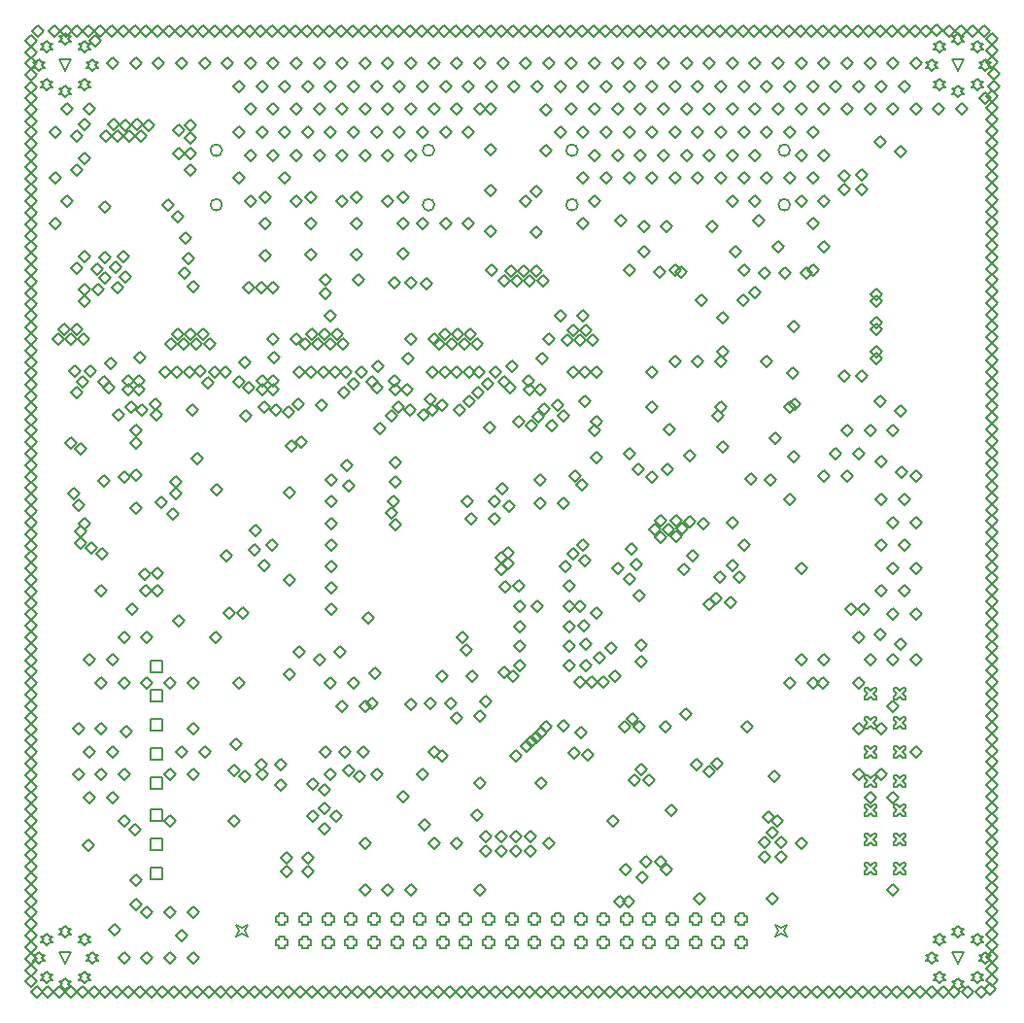
<source format=gbr>
G04*
G04 #@! TF.GenerationSoftware,Altium Limited,Altium Designer,24.1.2 (44)*
G04*
G04 Layer_Color=2752767*
%FSLAX44Y44*%
%MOMM*%
G71*
G04*
G04 #@! TF.SameCoordinates,B91C3D85-37F7-440E-B7CA-D4A3DDB4B262*
G04*
G04*
G04 #@! TF.FilePolarity,Positive*
G04*
G01*
G75*
%ADD17C,0.1270*%
%ADD182C,0.1693*%
D17*
X423545Y142078D02*
X428625Y147158D01*
X433705Y142078D01*
X428625Y136998D01*
X423545Y142078D01*
Y129078D02*
X428625Y134158D01*
X433705Y129078D01*
X428625Y123998D01*
X423545Y129078D01*
X436545Y142078D02*
X441625Y147158D01*
X446705Y142078D01*
X441625Y136998D01*
X436545Y142078D01*
X410545D02*
X415625Y147158D01*
X420705Y142078D01*
X415625Y136998D01*
X410545Y142078D01*
Y129078D02*
X415625Y134158D01*
X420705Y129078D01*
X415625Y123998D01*
X410545Y129078D01*
X397545Y142078D02*
X402625Y147158D01*
X407705Y142078D01*
X402625Y136998D01*
X397545Y142078D01*
Y129078D02*
X402625Y134158D01*
X407705Y129078D01*
X402625Y123998D01*
X397545Y129078D01*
X436545D02*
X441625Y134158D01*
X446705Y129078D01*
X441625Y123998D01*
X436545Y129078D01*
X757620Y108720D02*
X760160D01*
X762700Y111260D01*
X765240Y108720D01*
X767780D01*
Y111260D01*
X765240Y113800D01*
X767780Y116340D01*
Y118880D01*
X765240D01*
X762700Y116340D01*
X760160Y118880D01*
X757620D01*
Y116340D01*
X760160Y113800D01*
X757620Y111260D01*
Y108720D01*
X732220D02*
X734760D01*
X737300Y111260D01*
X739840Y108720D01*
X742380D01*
Y111260D01*
X739840Y113800D01*
X742380Y116340D01*
Y118880D01*
X739840D01*
X737300Y116340D01*
X734760Y118880D01*
X732220D01*
Y116340D01*
X734760Y113800D01*
X732220Y111260D01*
Y108720D01*
X757620Y134120D02*
X760160D01*
X762700Y136660D01*
X765240Y134120D01*
X767780D01*
Y136660D01*
X765240Y139200D01*
X767780Y141740D01*
Y144280D01*
X765240D01*
X762700Y141740D01*
X760160Y144280D01*
X757620D01*
Y141740D01*
X760160Y139200D01*
X757620Y136660D01*
Y134120D01*
X732220D02*
X734760D01*
X737300Y136660D01*
X739840Y134120D01*
X742380D01*
Y136660D01*
X739840Y139200D01*
X742380Y141740D01*
Y144280D01*
X739840D01*
X737300Y141740D01*
X734760Y144280D01*
X732220D01*
Y141740D01*
X734760Y139200D01*
X732220Y136660D01*
Y134120D01*
X757620Y159520D02*
X760160D01*
X762700Y162060D01*
X765240Y159520D01*
X767780D01*
Y162060D01*
X765240Y164600D01*
X767780Y167140D01*
Y169680D01*
X765240D01*
X762700Y167140D01*
X760160Y169680D01*
X757620D01*
Y167140D01*
X760160Y164600D01*
X757620Y162060D01*
Y159520D01*
X732220D02*
X734760D01*
X737300Y162060D01*
X739840Y159520D01*
X742380D01*
Y162060D01*
X739840Y164600D01*
X742380Y167140D01*
Y169680D01*
X739840D01*
X737300Y167140D01*
X734760Y169680D01*
X732220D01*
Y167140D01*
X734760Y164600D01*
X732220Y162060D01*
Y159520D01*
Y184920D02*
X734760D01*
X737300Y187460D01*
X739840Y184920D01*
X742380D01*
Y187460D01*
X739840Y190000D01*
X742380Y192540D01*
Y195080D01*
X739840D01*
X737300Y192540D01*
X734760Y195080D01*
X732220D01*
Y192540D01*
X734760Y190000D01*
X732220Y187460D01*
Y184920D01*
Y210320D02*
X734760D01*
X737300Y212860D01*
X739840Y210320D01*
X742380D01*
Y212860D01*
X739840Y215400D01*
X742380Y217940D01*
Y220480D01*
X739840D01*
X737300Y217940D01*
X734760Y220480D01*
X732220D01*
Y217940D01*
X734760Y215400D01*
X732220Y212860D01*
Y210320D01*
X757620Y235720D02*
X760160D01*
X762700Y238260D01*
X765240Y235720D01*
X767780D01*
Y238260D01*
X765240Y240800D01*
X767780Y243340D01*
Y245880D01*
X765240D01*
X762700Y243340D01*
X760160Y245880D01*
X757620D01*
Y243340D01*
X760160Y240800D01*
X757620Y238260D01*
Y235720D01*
X732220D02*
X734760D01*
X737300Y238260D01*
X739840Y235720D01*
X742380D01*
Y238260D01*
X739840Y240800D01*
X742380Y243340D01*
Y245880D01*
X739840D01*
X737300Y243340D01*
X734760Y245880D01*
X732220D01*
Y243340D01*
X734760Y240800D01*
X732220Y238260D01*
Y235720D01*
X757620Y261120D02*
X760160D01*
X762700Y263660D01*
X765240Y261120D01*
X767780D01*
Y263660D01*
X765240Y266200D01*
X767780Y268740D01*
Y271280D01*
X765240D01*
X762700Y268740D01*
X760160Y271280D01*
X757620D01*
Y268740D01*
X760160Y266200D01*
X757620Y263660D01*
Y261120D01*
X732220D02*
X734760D01*
X737300Y263660D01*
X739840Y261120D01*
X742380D01*
Y263660D01*
X739840Y266200D01*
X742380Y268740D01*
Y271280D01*
X739840D01*
X737300Y268740D01*
X734760Y271280D01*
X732220D01*
Y268740D01*
X734760Y266200D01*
X732220Y263660D01*
Y261120D01*
X757620Y184920D02*
X760160D01*
X762700Y187460D01*
X765240Y184920D01*
X767780D01*
Y187460D01*
X765240Y190000D01*
X767780Y192540D01*
Y195080D01*
X765240D01*
X762700Y192540D01*
X760160Y195080D01*
X757620D01*
Y192540D01*
X760160Y190000D01*
X757620Y187460D01*
Y184920D01*
Y210320D02*
X760160D01*
X762700Y212860D01*
X765240Y210320D01*
X767780D01*
Y212860D01*
X765240Y215400D01*
X767780Y217940D01*
Y220480D01*
X765240D01*
X762700Y217940D01*
X760160Y220480D01*
X757620D01*
Y217940D01*
X760160Y215400D01*
X757620Y212860D01*
Y210320D01*
X622460Y47460D02*
Y44920D01*
X627540D01*
Y47460D01*
X630080D01*
Y52540D01*
X627540D01*
Y55080D01*
X622460D01*
Y52540D01*
X619920D01*
Y47460D01*
X622460D01*
Y67460D02*
Y64920D01*
X627540D01*
Y67460D01*
X630080D01*
Y72540D01*
X627540D01*
Y75080D01*
X622460D01*
Y72540D01*
X619920D01*
Y67460D01*
X622460D01*
X602460Y47460D02*
Y44920D01*
X607540D01*
Y47460D01*
X610080D01*
Y52540D01*
X607540D01*
Y55080D01*
X602460D01*
Y52540D01*
X599920D01*
Y47460D01*
X602460D01*
Y67460D02*
Y64920D01*
X607540D01*
Y67460D01*
X610080D01*
Y72540D01*
X607540D01*
Y75080D01*
X602460D01*
Y72540D01*
X599920D01*
Y67460D01*
X602460D01*
X582460Y47460D02*
Y44920D01*
X587540D01*
Y47460D01*
X590080D01*
Y52540D01*
X587540D01*
Y55080D01*
X582460D01*
Y52540D01*
X579920D01*
Y47460D01*
X582460D01*
Y67460D02*
Y64920D01*
X587540D01*
Y67460D01*
X590080D01*
Y72540D01*
X587540D01*
Y75080D01*
X582460D01*
Y72540D01*
X579920D01*
Y67460D01*
X582460D01*
X562460Y47460D02*
Y44920D01*
X567540D01*
Y47460D01*
X570080D01*
Y52540D01*
X567540D01*
Y55080D01*
X562460D01*
Y52540D01*
X559920D01*
Y47460D01*
X562460D01*
Y67460D02*
Y64920D01*
X567540D01*
Y67460D01*
X570080D01*
Y72540D01*
X567540D01*
Y75080D01*
X562460D01*
Y72540D01*
X559920D01*
Y67460D01*
X562460D01*
X542460Y47460D02*
Y44920D01*
X547540D01*
Y47460D01*
X550080D01*
Y52540D01*
X547540D01*
Y55080D01*
X542460D01*
Y52540D01*
X539920D01*
Y47460D01*
X542460D01*
Y67460D02*
Y64920D01*
X547540D01*
Y67460D01*
X550080D01*
Y72540D01*
X547540D01*
Y75080D01*
X542460D01*
Y72540D01*
X539920D01*
Y67460D01*
X542460D01*
X522460Y47460D02*
Y44920D01*
X527540D01*
Y47460D01*
X530080D01*
Y52540D01*
X527540D01*
Y55080D01*
X522460D01*
Y52540D01*
X519920D01*
Y47460D01*
X522460D01*
Y67460D02*
Y64920D01*
X527540D01*
Y67460D01*
X530080D01*
Y72540D01*
X527540D01*
Y75080D01*
X522460D01*
Y72540D01*
X519920D01*
Y67460D01*
X522460D01*
X502460Y47460D02*
Y44920D01*
X507540D01*
Y47460D01*
X510080D01*
Y52540D01*
X507540D01*
Y55080D01*
X502460D01*
Y52540D01*
X499920D01*
Y47460D01*
X502460D01*
Y67460D02*
Y64920D01*
X507540D01*
Y67460D01*
X510080D01*
Y72540D01*
X507540D01*
Y75080D01*
X502460D01*
Y72540D01*
X499920D01*
Y67460D01*
X502460D01*
X482460Y47460D02*
Y44920D01*
X487540D01*
Y47460D01*
X490080D01*
Y52540D01*
X487540D01*
Y55080D01*
X482460D01*
Y52540D01*
X479920D01*
Y47460D01*
X482460D01*
Y67460D02*
Y64920D01*
X487540D01*
Y67460D01*
X490080D01*
Y72540D01*
X487540D01*
Y75080D01*
X482460D01*
Y72540D01*
X479920D01*
Y67460D01*
X482460D01*
X462460Y47460D02*
Y44920D01*
X467540D01*
Y47460D01*
X470080D01*
Y52540D01*
X467540D01*
Y55080D01*
X462460D01*
Y52540D01*
X459920D01*
Y47460D01*
X462460D01*
Y67460D02*
Y64920D01*
X467540D01*
Y67460D01*
X470080D01*
Y72540D01*
X467540D01*
Y75080D01*
X462460D01*
Y72540D01*
X459920D01*
Y67460D01*
X462460D01*
X442460Y47460D02*
Y44920D01*
X447540D01*
Y47460D01*
X450080D01*
Y52540D01*
X447540D01*
Y55080D01*
X442460D01*
Y52540D01*
X439920D01*
Y47460D01*
X442460D01*
Y67460D02*
Y64920D01*
X447540D01*
Y67460D01*
X450080D01*
Y72540D01*
X447540D01*
Y75080D01*
X442460D01*
Y72540D01*
X439920D01*
Y67460D01*
X442460D01*
X422460Y47460D02*
Y44920D01*
X427540D01*
Y47460D01*
X430080D01*
Y52540D01*
X427540D01*
Y55080D01*
X422460D01*
Y52540D01*
X419920D01*
Y47460D01*
X422460D01*
Y67460D02*
Y64920D01*
X427540D01*
Y67460D01*
X430080D01*
Y72540D01*
X427540D01*
Y75080D01*
X422460D01*
Y72540D01*
X419920D01*
Y67460D01*
X422460D01*
X402460Y47460D02*
Y44920D01*
X407540D01*
Y47460D01*
X410080D01*
Y52540D01*
X407540D01*
Y55080D01*
X402460D01*
Y52540D01*
X399920D01*
Y47460D01*
X402460D01*
Y67460D02*
Y64920D01*
X407540D01*
Y67460D01*
X410080D01*
Y72540D01*
X407540D01*
Y75080D01*
X402460D01*
Y72540D01*
X399920D01*
Y67460D01*
X402460D01*
X382460Y47460D02*
Y44920D01*
X387540D01*
Y47460D01*
X390080D01*
Y52540D01*
X387540D01*
Y55080D01*
X382460D01*
Y52540D01*
X379920D01*
Y47460D01*
X382460D01*
Y67460D02*
Y64920D01*
X387540D01*
Y67460D01*
X390080D01*
Y72540D01*
X387540D01*
Y75080D01*
X382460D01*
Y72540D01*
X379920D01*
Y67460D01*
X382460D01*
X362460Y47460D02*
Y44920D01*
X367540D01*
Y47460D01*
X370080D01*
Y52540D01*
X367540D01*
Y55080D01*
X362460D01*
Y52540D01*
X359920D01*
Y47460D01*
X362460D01*
Y67460D02*
Y64920D01*
X367540D01*
Y67460D01*
X370080D01*
Y72540D01*
X367540D01*
Y75080D01*
X362460D01*
Y72540D01*
X359920D01*
Y67460D01*
X362460D01*
X342460Y47460D02*
Y44920D01*
X347540D01*
Y47460D01*
X350080D01*
Y52540D01*
X347540D01*
Y55080D01*
X342460D01*
Y52540D01*
X339920D01*
Y47460D01*
X342460D01*
Y67460D02*
Y64920D01*
X347540D01*
Y67460D01*
X350080D01*
Y72540D01*
X347540D01*
Y75080D01*
X342460D01*
Y72540D01*
X339920D01*
Y67460D01*
X342460D01*
X322460Y47460D02*
Y44920D01*
X327540D01*
Y47460D01*
X330080D01*
Y52540D01*
X327540D01*
Y55080D01*
X322460D01*
Y52540D01*
X319920D01*
Y47460D01*
X322460D01*
Y67460D02*
Y64920D01*
X327540D01*
Y67460D01*
X330080D01*
Y72540D01*
X327540D01*
Y75080D01*
X322460D01*
Y72540D01*
X319920D01*
Y67460D01*
X322460D01*
X302460Y47460D02*
Y44920D01*
X307540D01*
Y47460D01*
X310080D01*
Y52540D01*
X307540D01*
Y55080D01*
X302460D01*
Y52540D01*
X299920D01*
Y47460D01*
X302460D01*
Y67460D02*
Y64920D01*
X307540D01*
Y67460D01*
X310080D01*
Y72540D01*
X307540D01*
Y75080D01*
X302460D01*
Y72540D01*
X299920D01*
Y67460D01*
X302460D01*
X282460Y47460D02*
Y44920D01*
X287540D01*
Y47460D01*
X290080D01*
Y52540D01*
X287540D01*
Y55080D01*
X282460D01*
Y52540D01*
X279920D01*
Y47460D01*
X282460D01*
Y67460D02*
Y64920D01*
X287540D01*
Y67460D01*
X290080D01*
Y72540D01*
X287540D01*
Y75080D01*
X282460D01*
Y72540D01*
X279920D01*
Y67460D01*
X282460D01*
X262460Y47460D02*
Y44920D01*
X267540D01*
Y47460D01*
X270080D01*
Y52540D01*
X267540D01*
Y55080D01*
X262460D01*
Y52540D01*
X259920D01*
Y47460D01*
X262460D01*
Y67460D02*
Y64920D01*
X267540D01*
Y67460D01*
X270080D01*
Y72540D01*
X267540D01*
Y75080D01*
X262460D01*
Y72540D01*
X259920D01*
Y67460D01*
X262460D01*
X242460Y47460D02*
Y44920D01*
X247540D01*
Y47460D01*
X250080D01*
Y52540D01*
X247540D01*
Y55080D01*
X242460D01*
Y52540D01*
X239920D01*
Y47460D01*
X242460D01*
Y67460D02*
Y64920D01*
X247540D01*
Y67460D01*
X250080D01*
Y72540D01*
X247540D01*
Y75080D01*
X242460D01*
Y72540D01*
X239920D01*
Y67460D01*
X242460D01*
X222460Y47460D02*
Y44920D01*
X227540D01*
Y47460D01*
X230080D01*
Y52540D01*
X227540D01*
Y55080D01*
X222460D01*
Y52540D01*
X219920D01*
Y47460D01*
X222460D01*
Y67460D02*
Y64920D01*
X227540D01*
Y67460D01*
X230080D01*
Y72540D01*
X227540D01*
Y75080D01*
X222460D01*
Y72540D01*
X219920D01*
Y67460D01*
X222460D01*
X184920Y54920D02*
X187460Y60000D01*
X184920Y65080D01*
X190000Y62540D01*
X195080Y65080D01*
X192540Y60000D01*
X195080Y54920D01*
X190000Y57460D01*
X184920Y54920D01*
X654920D02*
X657460Y60000D01*
X654920Y65080D01*
X660000Y62540D01*
X665080Y65080D01*
X662540Y60000D01*
X665080Y54920D01*
X660000Y57460D01*
X654920Y54920D01*
X19560Y47360D02*
X22100Y49900D01*
X24640D01*
X22100Y52440D01*
X24640Y54980D01*
X22100D01*
X19560Y57520D01*
X17020Y54980D01*
X14480D01*
X17020Y52440D01*
X14480Y49900D01*
X17020D01*
X19560Y47360D01*
X52440Y14480D02*
X54980Y17020D01*
X57520D01*
X54980Y19560D01*
X57520Y22100D01*
X54980D01*
X52440Y24640D01*
X49900Y22100D01*
X47360D01*
X49900Y19560D01*
X47360Y17020D01*
X49900D01*
X52440Y14480D01*
X19560D02*
X22100Y17020D01*
X24640D01*
X22100Y19560D01*
X24640Y22100D01*
X22100D01*
X19560Y24640D01*
X17020Y22100D01*
X14480D01*
X17020Y19560D01*
X14480Y17020D01*
X17020D01*
X19560Y14480D01*
X52440Y47360D02*
X54980Y49900D01*
X57520D01*
X54980Y52440D01*
X57520Y54980D01*
X54980D01*
X52440Y57520D01*
X49900Y54980D01*
X47360D01*
X49900Y52440D01*
X47360Y49900D01*
X49900D01*
X52440Y47360D01*
X59250Y30920D02*
X61790Y33460D01*
X64330D01*
X61790Y36000D01*
X64330Y38540D01*
X61790D01*
X59250Y41080D01*
X56710Y38540D01*
X54170D01*
X56710Y36000D01*
X54170Y33460D01*
X56710D01*
X59250Y30920D01*
X36000Y8060D02*
X38540Y10600D01*
X41080D01*
X38540Y13140D01*
X41080Y15680D01*
X38540D01*
X36000Y18220D01*
X33460Y15680D01*
X30920D01*
X33460Y13140D01*
X30920Y10600D01*
X33460D01*
X36000Y8060D01*
X12750Y30920D02*
X15290Y33460D01*
X17830D01*
X15290Y36000D01*
X17830Y38540D01*
X15290D01*
X12750Y41080D01*
X10210Y38540D01*
X7670D01*
X10210Y36000D01*
X7670Y33460D01*
X10210D01*
X12750Y30920D01*
X36000Y54170D02*
X38540Y56710D01*
X41080D01*
X38540Y59250D01*
X41080Y61790D01*
X38540D01*
X36000Y64330D01*
X33460Y61790D01*
X30920D01*
X33460Y59250D01*
X30920Y56710D01*
X33460D01*
X36000Y54170D01*
Y30920D02*
X30920Y41080D01*
X41080D01*
X36000Y30920D01*
X19560Y825360D02*
X22100Y827900D01*
X24640D01*
X22100Y830440D01*
X24640Y832980D01*
X22100D01*
X19560Y835520D01*
X17020Y832980D01*
X14480D01*
X17020Y830440D01*
X14480Y827900D01*
X17020D01*
X19560Y825360D01*
X52440Y792480D02*
X54980Y795020D01*
X57520D01*
X54980Y797560D01*
X57520Y800100D01*
X54980D01*
X52440Y802640D01*
X49900Y800100D01*
X47360D01*
X49900Y797560D01*
X47360Y795020D01*
X49900D01*
X52440Y792480D01*
X19560D02*
X22100Y795020D01*
X24640D01*
X22100Y797560D01*
X24640Y800100D01*
X22100D01*
X19560Y802640D01*
X17020Y800100D01*
X14480D01*
X17020Y797560D01*
X14480Y795020D01*
X17020D01*
X19560Y792480D01*
X52440Y825360D02*
X54980Y827900D01*
X57520D01*
X54980Y830440D01*
X57520Y832980D01*
X54980D01*
X52440Y835520D01*
X49900Y832980D01*
X47360D01*
X49900Y830440D01*
X47360Y827900D01*
X49900D01*
X52440Y825360D01*
X59250Y808920D02*
X61790Y811460D01*
X64330D01*
X61790Y814000D01*
X64330Y816540D01*
X61790D01*
X59250Y819080D01*
X56710Y816540D01*
X54170D01*
X56710Y814000D01*
X54170Y811460D01*
X56710D01*
X59250Y808920D01*
X36000Y786060D02*
X38540Y788600D01*
X41080D01*
X38540Y791140D01*
X41080Y793680D01*
X38540D01*
X36000Y796220D01*
X33460Y793680D01*
X30920D01*
X33460Y791140D01*
X30920Y788600D01*
X33460D01*
X36000Y786060D01*
X12750Y808920D02*
X15290Y811460D01*
X17830D01*
X15290Y814000D01*
X17830Y816540D01*
X15290D01*
X12750Y819080D01*
X10210Y816540D01*
X7670D01*
X10210Y814000D01*
X7670Y811460D01*
X10210D01*
X12750Y808920D01*
X36000Y832170D02*
X38540Y834710D01*
X41080D01*
X38540Y837250D01*
X41080Y839790D01*
X38540D01*
X36000Y842330D01*
X33460Y839790D01*
X30920D01*
X33460Y837250D01*
X30920Y834710D01*
X33460D01*
X36000Y832170D01*
Y808920D02*
X30920Y819080D01*
X41080D01*
X36000Y808920D01*
X797560Y825360D02*
X800100Y827900D01*
X802640D01*
X800100Y830440D01*
X802640Y832980D01*
X800100D01*
X797560Y835520D01*
X795020Y832980D01*
X792480D01*
X795020Y830440D01*
X792480Y827900D01*
X795020D01*
X797560Y825360D01*
X830440Y792480D02*
X832980Y795020D01*
X835520D01*
X832980Y797560D01*
X835520Y800100D01*
X832980D01*
X830440Y802640D01*
X827900Y800100D01*
X825360D01*
X827900Y797560D01*
X825360Y795020D01*
X827900D01*
X830440Y792480D01*
X797560D02*
X800100Y795020D01*
X802640D01*
X800100Y797560D01*
X802640Y800100D01*
X800100D01*
X797560Y802640D01*
X795020Y800100D01*
X792480D01*
X795020Y797560D01*
X792480Y795020D01*
X795020D01*
X797560Y792480D01*
X830440Y825360D02*
X832980Y827900D01*
X835520D01*
X832980Y830440D01*
X835520Y832980D01*
X832980D01*
X830440Y835520D01*
X827900Y832980D01*
X825360D01*
X827900Y830440D01*
X825360Y827900D01*
X827900D01*
X830440Y825360D01*
X837250Y808920D02*
X839790Y811460D01*
X842330D01*
X839790Y814000D01*
X842330Y816540D01*
X839790D01*
X837250Y819080D01*
X834710Y816540D01*
X832170D01*
X834710Y814000D01*
X832170Y811460D01*
X834710D01*
X837250Y808920D01*
X814000Y786060D02*
X816540Y788600D01*
X819080D01*
X816540Y791140D01*
X819080Y793680D01*
X816540D01*
X814000Y796220D01*
X811460Y793680D01*
X808920D01*
X811460Y791140D01*
X808920Y788600D01*
X811460D01*
X814000Y786060D01*
X790750Y808920D02*
X793290Y811460D01*
X795830D01*
X793290Y814000D01*
X795830Y816540D01*
X793290D01*
X790750Y819080D01*
X788210Y816540D01*
X785670D01*
X788210Y814000D01*
X785670Y811460D01*
X788210D01*
X790750Y808920D01*
X814000Y832170D02*
X816540Y834710D01*
X819080D01*
X816540Y837250D01*
X819080Y839790D01*
X816540D01*
X814000Y842330D01*
X811460Y839790D01*
X808920D01*
X811460Y837250D01*
X808920Y834710D01*
X811460D01*
X814000Y832170D01*
Y808920D02*
X808920Y819080D01*
X819080D01*
X814000Y808920D01*
X797560Y47360D02*
X800100Y49900D01*
X802640D01*
X800100Y52440D01*
X802640Y54980D01*
X800100D01*
X797560Y57520D01*
X795020Y54980D01*
X792480D01*
X795020Y52440D01*
X792480Y49900D01*
X795020D01*
X797560Y47360D01*
X830440Y14480D02*
X832980Y17020D01*
X835520D01*
X832980Y19560D01*
X835520Y22100D01*
X832980D01*
X830440Y24640D01*
X827900Y22100D01*
X825360D01*
X827900Y19560D01*
X825360Y17020D01*
X827900D01*
X830440Y14480D01*
X797560D02*
X800100Y17020D01*
X802640D01*
X800100Y19560D01*
X802640Y22100D01*
X800100D01*
X797560Y24640D01*
X795020Y22100D01*
X792480D01*
X795020Y19560D01*
X792480Y17020D01*
X795020D01*
X797560Y14480D01*
X830440Y47360D02*
X832980Y49900D01*
X835520D01*
X832980Y52440D01*
X835520Y54980D01*
X832980D01*
X830440Y57520D01*
X827900Y54980D01*
X825360D01*
X827900Y52440D01*
X825360Y49900D01*
X827900D01*
X830440Y47360D01*
X837250Y30920D02*
X839790Y33460D01*
X842330D01*
X839790Y36000D01*
X842330Y38540D01*
X839790D01*
X837250Y41080D01*
X834710Y38540D01*
X832170D01*
X834710Y36000D01*
X832170Y33460D01*
X834710D01*
X837250Y30920D01*
X814000Y8060D02*
X816540Y10600D01*
X819080D01*
X816540Y13140D01*
X819080Y15680D01*
X816540D01*
X814000Y18220D01*
X811460Y15680D01*
X808920D01*
X811460Y13140D01*
X808920Y10600D01*
X811460D01*
X814000Y8060D01*
X790750Y30920D02*
X793290Y33460D01*
X795830D01*
X793290Y36000D01*
X795830Y38540D01*
X793290D01*
X790750Y41080D01*
X788210Y38540D01*
X785670D01*
X788210Y36000D01*
X785670Y33460D01*
X788210D01*
X790750Y30920D01*
X814000Y54170D02*
X816540Y56710D01*
X819080D01*
X816540Y59250D01*
X819080Y61790D01*
X816540D01*
X814000Y64330D01*
X811460Y61790D01*
X808920D01*
X811460Y59250D01*
X808920Y56710D01*
X811460D01*
X814000Y54170D01*
Y30920D02*
X808920Y41080D01*
X819080D01*
X814000Y30920D01*
X110236Y104648D02*
Y114808D01*
X120396D01*
Y104648D01*
X110236D01*
Y130048D02*
Y140208D01*
X120396D01*
Y130048D01*
X110236D01*
Y155448D02*
Y165608D01*
X120396D01*
Y155448D01*
X110236D01*
Y183436D02*
Y193596D01*
X120396D01*
Y183436D01*
X110236D01*
Y208836D02*
Y218996D01*
X120396D01*
Y208836D01*
X110236D01*
Y234236D02*
Y244396D01*
X120396D01*
Y234236D01*
X110236D01*
Y259636D02*
Y269796D01*
X120396D01*
Y259636D01*
X110236D01*
Y285036D02*
Y295196D01*
X120396D01*
Y285036D01*
X110236D01*
X570212Y374628D02*
X575292Y379708D01*
X580372Y374628D01*
X575292Y369548D01*
X570212Y374628D01*
X812206Y775782D02*
X817287Y780863D01*
X822366Y775782D01*
X817287Y770703D01*
X812206Y775782D01*
X792206D02*
X797287Y780863D01*
X802366Y775782D01*
X797287Y770703D01*
X792206Y775782D01*
X772206Y815782D02*
X777287Y820863D01*
X782366Y815782D01*
X777287Y810703D01*
X772206Y815782D01*
X762206Y795782D02*
X767287Y800863D01*
X772366Y795782D01*
X767287Y790703D01*
X762206Y795782D01*
X772206Y775782D02*
X777287Y780863D01*
X782366Y775782D01*
X777287Y770703D01*
X772206Y775782D01*
Y455782D02*
X777287Y460862D01*
X782366Y455782D01*
X777287Y450702D01*
X772206Y455782D01*
X762206Y435782D02*
X767287Y440862D01*
X772366Y435782D01*
X767287Y430702D01*
X762206Y435782D01*
X772206Y415782D02*
X777287Y420862D01*
X782366Y415782D01*
X777287Y410702D01*
X772206Y415782D01*
X762206Y395782D02*
X767287Y400862D01*
X772366Y395782D01*
X767287Y390702D01*
X762206Y395782D01*
X772206Y375782D02*
X777287Y380862D01*
X782366Y375782D01*
X777287Y370702D01*
X772206Y375782D01*
X762206Y355782D02*
X767287Y360862D01*
X772366Y355782D01*
X767287Y350702D01*
X762206Y355782D01*
X772206Y335782D02*
X777287Y340862D01*
X782366Y335782D01*
X777287Y330702D01*
X772206Y335782D01*
Y295782D02*
X777287Y300862D01*
X782366Y295782D01*
X777287Y290702D01*
X772206Y295782D01*
Y215782D02*
X777287Y220862D01*
X782366Y215782D01*
X777287Y210702D01*
X772206Y215782D01*
X752206Y815782D02*
X757287Y820863D01*
X762366Y815782D01*
X757287Y810703D01*
X752206Y815782D01*
X742206Y795782D02*
X747287Y800863D01*
X752366Y795782D01*
X747287Y790703D01*
X742206Y795782D01*
X752206Y775782D02*
X757287Y780863D01*
X762366Y775782D01*
X757287Y770703D01*
X752206Y775782D01*
Y495782D02*
X757287Y500862D01*
X762366Y495782D01*
X757287Y490702D01*
X752206Y495782D01*
X742206Y435782D02*
X747287Y440862D01*
X752366Y435782D01*
X747287Y430702D01*
X742206Y435782D01*
X752206Y415782D02*
X757287Y420862D01*
X762366Y415782D01*
X757287Y410702D01*
X752206Y415782D01*
X742206Y395782D02*
X747287Y400862D01*
X752366Y395782D01*
X747287Y390702D01*
X742206Y395782D01*
X752206Y375782D02*
X757287Y380862D01*
X762366Y375782D01*
X757287Y370702D01*
X752206Y375782D01*
X742206Y355782D02*
X747287Y360862D01*
X752366Y355782D01*
X747287Y350702D01*
X742206Y355782D01*
X752206Y335782D02*
X757287Y340862D01*
X762366Y335782D01*
X757287Y330702D01*
X752206Y335782D01*
Y295782D02*
X757287Y300862D01*
X762366Y295782D01*
X757287Y290702D01*
X752206Y295782D01*
Y255782D02*
X757287Y260862D01*
X762366Y255782D01*
X757287Y250702D01*
X752206Y255782D01*
X742206Y235782D02*
X747287Y240862D01*
X752366Y235782D01*
X747287Y230702D01*
X742206Y235782D01*
Y195782D02*
X747287Y200862D01*
X752366Y195782D01*
X747287Y190702D01*
X742206Y195782D01*
X752206Y175782D02*
X757287Y180862D01*
X762366Y175782D01*
X757287Y170702D01*
X752206Y175782D01*
Y95782D02*
X757287Y100862D01*
X762366Y95782D01*
X757287Y90702D01*
X752206Y95782D01*
X732206Y815782D02*
X737287Y820863D01*
X742366Y815782D01*
X737287Y810703D01*
X732206Y815782D01*
X722206Y795782D02*
X727287Y800863D01*
X732366Y795782D01*
X727287Y790703D01*
X722206Y795782D01*
X732206Y775782D02*
X737287Y780863D01*
X742366Y775782D01*
X737287Y770703D01*
X732206Y775782D01*
Y495782D02*
X737287Y500862D01*
X742366Y495782D01*
X737287Y490702D01*
X732206Y495782D01*
X722206Y475782D02*
X727287Y480862D01*
X732366Y475782D01*
X727287Y470702D01*
X722206Y475782D01*
Y315782D02*
X727287Y320862D01*
X732366Y315782D01*
X727287Y310702D01*
X722206Y315782D01*
X732206Y295782D02*
X737287Y300862D01*
X742366Y295782D01*
X737287Y290702D01*
X732206Y295782D01*
X722206Y275782D02*
X727287Y280862D01*
X732366Y275782D01*
X727287Y270702D01*
X722206Y275782D01*
Y235782D02*
X727287Y240862D01*
X732366Y235782D01*
X727287Y230702D01*
X722206Y235782D01*
Y195782D02*
X727287Y200862D01*
X732366Y195782D01*
X727287Y190702D01*
X722206Y195782D01*
X732206Y175782D02*
X737287Y180862D01*
X742366Y175782D01*
X737287Y170702D01*
X732206Y175782D01*
X712206Y815782D02*
X717287Y820863D01*
X722366Y815782D01*
X717287Y810703D01*
X712206Y815782D01*
X702206Y795782D02*
X707287Y800863D01*
X712366Y795782D01*
X707287Y790703D01*
X702206Y795782D01*
X712206Y775782D02*
X717287Y780863D01*
X722366Y775782D01*
X717287Y770703D01*
X712206Y775782D01*
Y495782D02*
X717287Y500862D01*
X722366Y495782D01*
X717287Y490702D01*
X712206Y495782D01*
X702206Y475782D02*
X707287Y480862D01*
X712366Y475782D01*
X707287Y470702D01*
X702206Y475782D01*
X712206Y455782D02*
X717287Y460862D01*
X722366Y455782D01*
X717287Y450702D01*
X712206Y455782D01*
X692206Y815782D02*
X697287Y820863D01*
X702366Y815782D01*
X697287Y810703D01*
X692206Y815782D01*
X682206Y795782D02*
X687287Y800863D01*
X692366Y795782D01*
X687287Y790703D01*
X682206Y795782D01*
X692206Y775782D02*
X697287Y780863D01*
X702366Y775782D01*
X697287Y770703D01*
X692206Y775782D01*
X682206Y755782D02*
X687287Y760863D01*
X692366Y755782D01*
X687287Y750703D01*
X682206Y755782D01*
X692206Y735782D02*
X697287Y740863D01*
X702366Y735782D01*
X697287Y730703D01*
X692206Y735782D01*
X682206Y715782D02*
X687287Y720863D01*
X692366Y715782D01*
X687287Y710703D01*
X682206Y715782D01*
X692206Y695782D02*
X697287Y700863D01*
X702366Y695782D01*
X697287Y690703D01*
X692206Y695782D01*
X682206Y675782D02*
X687287Y680862D01*
X692366Y675782D01*
X687287Y670702D01*
X682206Y675782D01*
X692206Y655782D02*
X697287Y660862D01*
X702366Y655782D01*
X697287Y650702D01*
X692206Y655782D01*
X682206Y635782D02*
X687287Y640862D01*
X692366Y635782D01*
X687287Y630702D01*
X682206Y635782D01*
X692206Y455782D02*
X697287Y460862D01*
X702366Y455782D01*
X697287Y450702D01*
X692206Y455782D01*
Y295782D02*
X697287Y300862D01*
X702366Y295782D01*
X697287Y290702D01*
X692206Y295782D01*
X682206Y275782D02*
X687287Y280862D01*
X692366Y275782D01*
X687287Y270702D01*
X682206Y275782D01*
X672206Y815782D02*
X677287Y820863D01*
X682366Y815782D01*
X677287Y810703D01*
X672206Y815782D01*
X662206Y795782D02*
X667286Y800863D01*
X672366Y795782D01*
X667286Y790703D01*
X662206Y795782D01*
X672206Y775782D02*
X677287Y780863D01*
X682366Y775782D01*
X677287Y770703D01*
X672206Y775782D01*
X662206Y755782D02*
X667286Y760863D01*
X672366Y755782D01*
X667286Y750703D01*
X662206Y755782D01*
X672206Y735782D02*
X677287Y740863D01*
X682366Y735782D01*
X677287Y730703D01*
X672206Y735782D01*
X662206Y715782D02*
X667286Y720863D01*
X672366Y715782D01*
X667286Y710703D01*
X662206Y715782D01*
X672206Y695782D02*
X677287Y700863D01*
X682366Y695782D01*
X677287Y690703D01*
X672206Y695782D01*
X662206Y515782D02*
X667286Y520862D01*
X672366Y515782D01*
X667286Y510702D01*
X662206Y515782D01*
Y435782D02*
X667286Y440862D01*
X672366Y435782D01*
X667286Y430702D01*
X662206Y435782D01*
X672206Y375782D02*
X677287Y380862D01*
X682366Y375782D01*
X677287Y370702D01*
X672206Y375782D01*
X662206Y275782D02*
X667286Y280862D01*
X672366Y275782D01*
X667286Y270702D01*
X662206Y275782D01*
X672206Y135782D02*
X677287Y140862D01*
X682366Y135782D01*
X677287Y130702D01*
X672206Y135782D01*
X652206Y815782D02*
X657286Y820863D01*
X662366Y815782D01*
X657286Y810703D01*
X652206Y815782D01*
X642206Y795782D02*
X647286Y800863D01*
X652366Y795782D01*
X647286Y790703D01*
X642206Y795782D01*
X652206Y775782D02*
X657286Y780863D01*
X662366Y775782D01*
X657286Y770703D01*
X652206Y775782D01*
X642206Y755782D02*
X647286Y760863D01*
X652366Y755782D01*
X647286Y750703D01*
X642206Y755782D01*
Y715782D02*
X647286Y720863D01*
X652366Y715782D01*
X647286Y710703D01*
X642206Y715782D01*
X652206Y655782D02*
X657286Y660862D01*
X662366Y655782D01*
X657286Y650702D01*
X652206Y655782D01*
X642206Y555782D02*
X647286Y560862D01*
X652366Y555782D01*
X647286Y550702D01*
X642206Y555782D01*
X632206Y815782D02*
X637286Y820863D01*
X642366Y815782D01*
X637286Y810703D01*
X632206Y815782D01*
X622206Y795782D02*
X627286Y800863D01*
X632366Y795782D01*
X627286Y790703D01*
X622206Y795782D01*
X632206Y775782D02*
X637286Y780863D01*
X642366Y775782D01*
X637286Y770703D01*
X632206Y775782D01*
X622206Y755782D02*
X627286Y760863D01*
X632366Y755782D01*
X627286Y750703D01*
X622206Y755782D01*
X632206Y735782D02*
X637286Y740863D01*
X642366Y735782D01*
X637286Y730703D01*
X632206Y735782D01*
X622206Y715782D02*
X627286Y720863D01*
X632366Y715782D01*
X627286Y710703D01*
X622206Y715782D01*
X632206Y695782D02*
X637286Y700863D01*
X642366Y695782D01*
X637286Y690703D01*
X632206Y695782D01*
X622206Y635782D02*
X627286Y640862D01*
X632366Y635782D01*
X627286Y630702D01*
X622206Y635782D01*
X632206Y615782D02*
X637286Y620862D01*
X642366Y615782D01*
X637286Y610702D01*
X632206Y615782D01*
X622206Y395782D02*
X627286Y400862D01*
X632366Y395782D01*
X627286Y390702D01*
X622206Y395782D01*
X612206Y815782D02*
X617286Y820863D01*
X622366Y815782D01*
X617286Y810703D01*
X612206Y815782D01*
X602206Y795782D02*
X607286Y800863D01*
X612366Y795782D01*
X607286Y790703D01*
X602206Y795782D01*
X612206Y775782D02*
X617286Y780863D01*
X622366Y775782D01*
X617286Y770703D01*
X612206Y775782D01*
X602206Y755782D02*
X607286Y760863D01*
X612366Y755782D01*
X607286Y750703D01*
X602206Y755782D01*
X612206Y735782D02*
X617286Y740863D01*
X622366Y735782D01*
X617286Y730703D01*
X612206Y735782D01*
X602206Y715782D02*
X607286Y720863D01*
X612366Y715782D01*
X607286Y710703D01*
X602206Y715782D01*
X612206Y695782D02*
X617286Y700863D01*
X622366Y695782D01*
X617286Y690703D01*
X612206Y695782D01*
X602206Y555782D02*
X607286Y560862D01*
X612366Y555782D01*
X607286Y550702D01*
X602206Y555782D01*
Y515782D02*
X607286Y520862D01*
X612366Y515782D01*
X607286Y510702D01*
X602206Y515782D01*
X612206Y415782D02*
X617286Y420862D01*
X622366Y415782D01*
X617286Y410702D01*
X612206Y415782D01*
X592206Y815782D02*
X597286Y820863D01*
X602366Y815782D01*
X597286Y810703D01*
X592206Y815782D01*
X582206Y795782D02*
X587286Y800863D01*
X592366Y795782D01*
X587286Y790703D01*
X582206Y795782D01*
X592206Y775782D02*
X597286Y780863D01*
X602366Y775782D01*
X597286Y770703D01*
X592206Y775782D01*
X582206Y755782D02*
X587286Y760863D01*
X592366Y755782D01*
X587286Y750703D01*
X582206Y755782D01*
X592206Y735782D02*
X597286Y740863D01*
X602366Y735782D01*
X597286Y730703D01*
X592206Y735782D01*
X582206Y715782D02*
X587286Y720863D01*
X592366Y715782D01*
X587286Y710703D01*
X582206Y715782D01*
Y555782D02*
X587286Y560862D01*
X592366Y555782D01*
X587286Y550702D01*
X582206Y555782D01*
X572206Y815782D02*
X577286Y820863D01*
X582366Y815782D01*
X577286Y810703D01*
X572206Y815782D01*
X562206Y795782D02*
X567286Y800863D01*
X572366Y795782D01*
X567286Y790703D01*
X562206Y795782D01*
X572206Y775782D02*
X577286Y780863D01*
X582366Y775782D01*
X577286Y770703D01*
X572206Y775782D01*
X562206Y755782D02*
X567286Y760863D01*
X572366Y755782D01*
X567286Y750703D01*
X562206Y755782D01*
X572206Y735782D02*
X577286Y740863D01*
X582366Y735782D01*
X577286Y730703D01*
X572206Y735782D01*
X562206Y715782D02*
X567286Y720863D01*
X572366Y715782D01*
X567286Y710703D01*
X562206Y715782D01*
Y635782D02*
X567286Y640862D01*
X572366Y635782D01*
X567286Y630702D01*
X562206Y635782D01*
Y555782D02*
X567286Y560862D01*
X572366Y555782D01*
X567286Y550702D01*
X562206Y555782D01*
X552206Y815782D02*
X557286Y820863D01*
X562366Y815782D01*
X557286Y810703D01*
X552206Y815782D01*
X542206Y795782D02*
X547286Y800863D01*
X552366Y795782D01*
X547286Y790703D01*
X542206Y795782D01*
X552206Y775782D02*
X557286Y780863D01*
X562366Y775782D01*
X557286Y770703D01*
X552206Y775782D01*
X542206Y755782D02*
X547286Y760863D01*
X552366Y755782D01*
X547286Y750703D01*
X542206Y755782D01*
X552206Y735782D02*
X557286Y740863D01*
X562366Y735782D01*
X557286Y730703D01*
X552206Y735782D01*
X542206Y715782D02*
X547286Y720863D01*
X552366Y715782D01*
X547286Y710703D01*
X542206Y715782D01*
Y515782D02*
X547286Y520862D01*
X552366Y515782D01*
X547286Y510702D01*
X542206Y515782D01*
X532206Y815782D02*
X537286Y820863D01*
X542366Y815782D01*
X537286Y810703D01*
X532206Y815782D01*
X522206Y795782D02*
X527286Y800863D01*
X532366Y795782D01*
X527286Y790703D01*
X522206Y795782D01*
X532206Y775782D02*
X537286Y780863D01*
X542366Y775782D01*
X537286Y770703D01*
X532206Y775782D01*
X522206Y755782D02*
X527286Y760863D01*
X532366Y755782D01*
X527286Y750703D01*
X522206Y755782D01*
X532206Y735782D02*
X537286Y740863D01*
X542366Y735782D01*
X537286Y730703D01*
X532206Y735782D01*
X522206Y715782D02*
X527286Y720863D01*
X532366Y715782D01*
X527286Y710703D01*
X522206Y715782D01*
Y635782D02*
X527286Y640862D01*
X532366Y635782D01*
X527286Y630702D01*
X522206Y635782D01*
X512206Y815782D02*
X517286Y820863D01*
X522366Y815782D01*
X517286Y810703D01*
X512206Y815782D01*
X502206Y795782D02*
X507286Y800863D01*
X512366Y795782D01*
X507286Y790703D01*
X502206Y795782D01*
X512206Y775782D02*
X517286Y780863D01*
X522366Y775782D01*
X517286Y770703D01*
X512206Y775782D01*
X502206Y755782D02*
X507286Y760863D01*
X512366Y755782D01*
X507286Y750703D01*
X502206Y755782D01*
X512206Y735782D02*
X517286Y740863D01*
X522366Y735782D01*
X517286Y730703D01*
X512206Y735782D01*
X502206Y715782D02*
X507286Y720863D01*
X512366Y715782D01*
X507286Y710703D01*
X502206Y715782D01*
X512206Y375782D02*
X517286Y380862D01*
X522366Y375782D01*
X517286Y370702D01*
X512206Y375782D01*
X492206Y815782D02*
X497286Y820863D01*
X502366Y815782D01*
X497286Y810703D01*
X492206Y815782D01*
X482206Y795782D02*
X487286Y800863D01*
X492366Y795782D01*
X487286Y790703D01*
X482206Y795782D01*
X492206Y775782D02*
X497286Y780863D01*
X502366Y775782D01*
X497286Y770703D01*
X492206Y775782D01*
X482206Y755782D02*
X487286Y760863D01*
X492366Y755782D01*
X487286Y750703D01*
X482206Y755782D01*
X492206Y735782D02*
X497286Y740863D01*
X502366Y735782D01*
X497286Y730703D01*
X492206Y735782D01*
X482206Y715782D02*
X487286Y720863D01*
X492366Y715782D01*
X487286Y710703D01*
X482206Y715782D01*
X492206Y695782D02*
X497286Y700863D01*
X502366Y695782D01*
X497286Y690703D01*
X492206Y695782D01*
X482206Y675782D02*
X487286Y680862D01*
X492366Y675782D01*
X487286Y670702D01*
X482206Y675782D01*
Y595782D02*
X487286Y600862D01*
X492366Y595782D01*
X487286Y590702D01*
X482206Y595782D01*
X492206Y495782D02*
X497286Y500862D01*
X502366Y495782D01*
X497286Y490702D01*
X492206Y495782D01*
X482206Y395782D02*
X487286Y400862D01*
X492366Y395782D01*
X487286Y390702D01*
X482206Y395782D01*
X472206Y815782D02*
X477286Y820863D01*
X482366Y815782D01*
X477286Y810703D01*
X472206Y815782D01*
X462206Y795782D02*
X467286Y800863D01*
X472366Y795782D01*
X467286Y790703D01*
X462206Y795782D01*
X472206Y775782D02*
X477286Y780863D01*
X482366Y775782D01*
X477286Y770703D01*
X472206Y775782D01*
X462206Y755782D02*
X467286Y760863D01*
X472366Y755782D01*
X467286Y750703D01*
X462206Y755782D01*
Y595782D02*
X467286Y600862D01*
X472366Y595782D01*
X467286Y590702D01*
X462206Y595782D01*
X452206Y815782D02*
X457286Y820863D01*
X462366Y815782D01*
X457286Y810703D01*
X452206Y815782D01*
X442206Y795782D02*
X447286Y800863D01*
X452366Y795782D01*
X447286Y790703D01*
X442206Y795782D01*
X452206Y575782D02*
X457286Y580862D01*
X462366Y575782D01*
X457286Y570702D01*
X452206Y575782D01*
Y135782D02*
X457286Y140862D01*
X462366Y135782D01*
X457286Y130702D01*
X452206Y135782D01*
X432206Y815782D02*
X437286Y820863D01*
X442366Y815782D01*
X437286Y810703D01*
X432206Y815782D01*
X422206Y795782D02*
X427286Y800863D01*
X432366Y795782D01*
X427286Y790703D01*
X422206Y795782D01*
X432206Y695782D02*
X437286Y700863D01*
X442366Y695782D01*
X437286Y690703D01*
X432206Y695782D01*
X412206Y815782D02*
X417286Y820863D01*
X422366Y815782D01*
X417286Y810703D01*
X412206Y815782D01*
X402206Y795782D02*
X407286Y800863D01*
X412366Y795782D01*
X407286Y790703D01*
X402206Y795782D01*
Y635782D02*
X407286Y640862D01*
X412366Y635782D01*
X407286Y630702D01*
X402206Y635782D01*
X392206Y815782D02*
X397286Y820863D01*
X402366Y815782D01*
X397286Y810703D01*
X392206Y815782D01*
X382206Y795782D02*
X387286Y800863D01*
X392366Y795782D01*
X387286Y790703D01*
X382206Y795782D01*
X392206Y775782D02*
X397286Y780863D01*
X402366Y775782D01*
X397286Y770703D01*
X392206Y775782D01*
X382206Y755782D02*
X387286Y760863D01*
X392366Y755782D01*
X387286Y750703D01*
X382206Y755782D01*
Y675782D02*
X387286Y680862D01*
X392366Y675782D01*
X387286Y670702D01*
X382206Y675782D01*
X392206Y95782D02*
X397286Y100862D01*
X402366Y95782D01*
X397286Y90702D01*
X392206Y95782D01*
X372206Y815782D02*
X377286Y820863D01*
X382366Y815782D01*
X377286Y810703D01*
X372206Y815782D01*
X362206Y795782D02*
X367286Y800863D01*
X372366Y795782D01*
X367286Y790703D01*
X362206Y795782D01*
X372206Y775782D02*
X377286Y780863D01*
X382366Y775782D01*
X377286Y770703D01*
X372206Y775782D01*
X362206Y755782D02*
X367286Y760863D01*
X372366Y755782D01*
X367286Y750703D01*
X362206Y755782D01*
Y675782D02*
X367286Y680862D01*
X372366Y675782D01*
X367286Y670702D01*
X362206Y675782D01*
X372206Y135782D02*
X377286Y140862D01*
X382366Y135782D01*
X377286Y130702D01*
X372206Y135782D01*
X352206Y815782D02*
X357286Y820863D01*
X362366Y815782D01*
X357286Y810703D01*
X352206Y815782D01*
X342206Y795782D02*
X347286Y800863D01*
X352366Y795782D01*
X347286Y790703D01*
X342206Y795782D01*
X352206Y775782D02*
X357286Y780863D01*
X362366Y775782D01*
X357286Y770703D01*
X352206Y775782D01*
X342206Y755782D02*
X347286Y760863D01*
X352366Y755782D01*
X347286Y750703D01*
X342206Y755782D01*
Y675782D02*
X347286Y680862D01*
X352366Y675782D01*
X347286Y670702D01*
X342206Y675782D01*
X352206Y575782D02*
X357286Y580862D01*
X362366Y575782D01*
X357286Y570702D01*
X352206Y575782D01*
Y215782D02*
X357286Y220862D01*
X362366Y215782D01*
X357286Y210702D01*
X352206Y215782D01*
X342206Y195782D02*
X347286Y200862D01*
X352366Y195782D01*
X347286Y190702D01*
X342206Y195782D01*
X352206Y135782D02*
X357286Y140862D01*
X362366Y135782D01*
X357286Y130702D01*
X352206Y135782D01*
X332206Y815782D02*
X337286Y820863D01*
X342366Y815782D01*
X337286Y810703D01*
X332206Y815782D01*
X322206Y795782D02*
X327286Y800863D01*
X332366Y795782D01*
X327286Y790703D01*
X322206Y795782D01*
X332206Y775782D02*
X337286Y780863D01*
X342366Y775782D01*
X337286Y770703D01*
X332206Y775782D01*
X322206Y755782D02*
X327286Y760863D01*
X332366Y755782D01*
X327286Y750703D01*
X322206Y755782D01*
X332206Y735782D02*
X337286Y740863D01*
X342366Y735782D01*
X337286Y730703D01*
X332206Y735782D01*
Y575782D02*
X337286Y580862D01*
X342366Y575782D01*
X337286Y570702D01*
X332206Y575782D01*
Y95782D02*
X337286Y100862D01*
X342366Y95782D01*
X337286Y90702D01*
X332206Y95782D01*
X312206Y815782D02*
X317286Y820863D01*
X322366Y815782D01*
X317286Y810703D01*
X312206Y815782D01*
X302206Y795782D02*
X307286Y800863D01*
X312366Y795782D01*
X307286Y790703D01*
X302206Y795782D01*
X312206Y775782D02*
X317286Y780863D01*
X322366Y775782D01*
X317286Y770703D01*
X312206Y775782D01*
X302206Y755782D02*
X307286Y760863D01*
X312366Y755782D01*
X307286Y750703D01*
X302206Y755782D01*
X312206Y735782D02*
X317286Y740863D01*
X322366Y735782D01*
X317286Y730703D01*
X312206Y735782D01*
Y695782D02*
X317286Y700863D01*
X322366Y695782D01*
X317286Y690703D01*
X312206Y695782D01*
X302206Y195782D02*
X307286Y200862D01*
X312366Y195782D01*
X307286Y190702D01*
X302206Y195782D01*
X312206Y95782D02*
X317286Y100862D01*
X322366Y95782D01*
X317286Y90702D01*
X312206Y95782D01*
X292206Y815782D02*
X297286Y820863D01*
X302366Y815782D01*
X297286Y810703D01*
X292206Y815782D01*
X282206Y795782D02*
X287286Y800863D01*
X292366Y795782D01*
X287286Y790703D01*
X282206Y795782D01*
X292206Y775782D02*
X297286Y780863D01*
X302366Y775782D01*
X297286Y770703D01*
X292206Y775782D01*
X282206Y755782D02*
X287286Y760863D01*
X292366Y755782D01*
X287286Y750703D01*
X282206Y755782D01*
X292206Y735782D02*
X297286Y740863D01*
X302366Y735782D01*
X297286Y730703D01*
X292206Y735782D01*
X282206Y275782D02*
X287286Y280862D01*
X292366Y275782D01*
X287286Y270702D01*
X282206Y275782D01*
X292206Y255782D02*
X297286Y260862D01*
X302366Y255782D01*
X297286Y250702D01*
X292206Y255782D01*
Y135782D02*
X297286Y140862D01*
X302366Y135782D01*
X297286Y130702D01*
X292206Y135782D01*
Y95782D02*
X297286Y100862D01*
X302366Y95782D01*
X297286Y90702D01*
X292206Y95782D01*
X272206Y815782D02*
X277286Y820863D01*
X282366Y815782D01*
X277286Y810703D01*
X272206Y815782D01*
X262206Y795782D02*
X267286Y800863D01*
X272366Y795782D01*
X267286Y790703D01*
X262206Y795782D01*
X272206Y775782D02*
X277286Y780863D01*
X282366Y775782D01*
X277286Y770703D01*
X272206Y775782D01*
X262206Y755782D02*
X267286Y760863D01*
X272366Y755782D01*
X267286Y750703D01*
X262206Y755782D01*
X272206Y735782D02*
X277286Y740863D01*
X282366Y735782D01*
X277286Y730703D01*
X272206Y735782D01*
Y695782D02*
X277286Y700863D01*
X282366Y695782D01*
X277286Y690703D01*
X272206Y695782D01*
X262206Y595782D02*
X267286Y600862D01*
X272366Y595782D01*
X267286Y590702D01*
X262206Y595782D01*
Y275782D02*
X267286Y280862D01*
X272366Y275782D01*
X267286Y270702D01*
X262206Y275782D01*
Y195782D02*
X267286Y200862D01*
X272366Y195782D01*
X267286Y190702D01*
X262206Y195782D01*
X252206Y815782D02*
X257286Y820863D01*
X262366Y815782D01*
X257286Y810703D01*
X252206Y815782D01*
X242206Y795782D02*
X247286Y800863D01*
X252366Y795782D01*
X247286Y790703D01*
X242206Y795782D01*
X252206Y775782D02*
X257286Y780863D01*
X262366Y775782D01*
X257286Y770703D01*
X252206Y775782D01*
X242206Y755782D02*
X247286Y760863D01*
X252366Y755782D01*
X247286Y750703D01*
X242206Y755782D01*
X252206Y735782D02*
X257286Y740863D01*
X262366Y735782D01*
X257286Y730703D01*
X252206Y735782D01*
Y295782D02*
X257286Y300862D01*
X262366Y295782D01*
X257286Y290702D01*
X252206Y295782D01*
X232206Y815782D02*
X237286Y820863D01*
X242366Y815782D01*
X237286Y810703D01*
X232206Y815782D01*
X222206Y795782D02*
X227286Y800863D01*
X232366Y795782D01*
X227286Y790703D01*
X222206Y795782D01*
X232206Y775782D02*
X237286Y780863D01*
X242366Y775782D01*
X237286Y770703D01*
X232206Y775782D01*
X222206Y755782D02*
X227286Y760863D01*
X232366Y755782D01*
X227286Y750703D01*
X222206Y755782D01*
X232206Y735782D02*
X237286Y740863D01*
X242366Y735782D01*
X237286Y730703D01*
X232206Y735782D01*
X222206Y715782D02*
X227286Y720863D01*
X232366Y715782D01*
X227286Y710703D01*
X222206Y715782D01*
X232206Y695782D02*
X237286Y700863D01*
X242366Y695782D01*
X237286Y690703D01*
X232206Y695782D01*
Y575782D02*
X237286Y580862D01*
X242366Y575782D01*
X237286Y570702D01*
X232206Y575782D01*
X212206Y815782D02*
X217286Y820863D01*
X222366Y815782D01*
X217286Y810703D01*
X212206Y815782D01*
X202206Y795782D02*
X207286Y800863D01*
X212366Y795782D01*
X207286Y790703D01*
X202206Y795782D01*
X212206Y775782D02*
X217286Y780863D01*
X222366Y775782D01*
X217286Y770703D01*
X212206Y775782D01*
X202206Y755782D02*
X207286Y760863D01*
X212366Y755782D01*
X207286Y750703D01*
X202206Y755782D01*
X212206Y735782D02*
X217286Y740863D01*
X222366Y735782D01*
X217286Y730703D01*
X212206Y735782D01*
Y575782D02*
X217286Y580862D01*
X222366Y575782D01*
X217286Y570702D01*
X212206Y575782D01*
X202206Y195782D02*
X207286Y200862D01*
X212366Y195782D01*
X207286Y190702D01*
X202206Y195782D01*
X192206Y815782D02*
X197286Y820863D01*
X202366Y815782D01*
X197286Y810703D01*
X192206Y815782D01*
X182206Y795782D02*
X187286Y800863D01*
X192366Y795782D01*
X187286Y790703D01*
X182206Y795782D01*
X192206Y775782D02*
X197286Y780863D01*
X202366Y775782D01*
X197286Y770703D01*
X192206Y775782D01*
X182206Y755782D02*
X187286Y760863D01*
X192366Y755782D01*
X187286Y750703D01*
X182206Y755782D01*
X192206Y735782D02*
X197286Y740863D01*
X202366Y735782D01*
X197286Y730703D01*
X192206Y735782D01*
X182206Y715782D02*
X187286Y720863D01*
X192366Y715782D01*
X187286Y710703D01*
X182206Y715782D01*
X192206Y695782D02*
X197286Y700863D01*
X202366Y695782D01*
X197286Y690703D01*
X192206Y695782D01*
X182206Y275782D02*
X187286Y280862D01*
X192366Y275782D01*
X187286Y270702D01*
X182206Y275782D01*
X172206Y815782D02*
X177286Y820863D01*
X182366Y815782D01*
X177286Y810703D01*
X172206Y815782D01*
X162206Y315782D02*
X167286Y320862D01*
X172366Y315782D01*
X167286Y310702D01*
X162206Y315782D01*
X152206Y815782D02*
X157286Y820863D01*
X162366Y815782D01*
X157286Y810703D01*
X152206Y815782D01*
X142206Y275782D02*
X147286Y280862D01*
X152366Y275782D01*
X147286Y270702D01*
X142206Y275782D01*
Y235782D02*
X147286Y240862D01*
X152366Y235782D01*
X147286Y230702D01*
X142206Y235782D01*
X152206Y215782D02*
X157286Y220862D01*
X162366Y215782D01*
X157286Y210702D01*
X152206Y215782D01*
X142206Y195782D02*
X147286Y200862D01*
X152366Y195782D01*
X147286Y190702D01*
X142206Y195782D01*
Y75782D02*
X147286Y80862D01*
X152366Y75782D01*
X147286Y70702D01*
X142206Y75782D01*
Y35782D02*
X147286Y40862D01*
X152366Y35782D01*
X147286Y30702D01*
X142206Y35782D01*
X132206Y815782D02*
X137286Y820863D01*
X142366Y815782D01*
X137286Y810703D01*
X132206Y815782D01*
X122206Y275782D02*
X127286Y280862D01*
X132366Y275782D01*
X127286Y270702D01*
X122206Y275782D01*
X132206Y215782D02*
X137286Y220862D01*
X142366Y215782D01*
X137286Y210702D01*
X132206Y215782D01*
X122206Y195782D02*
X127286Y200862D01*
X132366Y195782D01*
X127286Y190702D01*
X122206Y195782D01*
Y155782D02*
X127286Y160862D01*
X132366Y155782D01*
X127286Y150702D01*
X122206Y155782D01*
Y75782D02*
X127286Y80862D01*
X132366Y75782D01*
X127286Y70702D01*
X122206Y75782D01*
X132206Y55782D02*
X137286Y60862D01*
X142366Y55782D01*
X137286Y50702D01*
X132206Y55782D01*
X122206Y35782D02*
X127286Y40862D01*
X132366Y35782D01*
X127286Y30702D01*
X122206Y35782D01*
X112206Y815782D02*
X117286Y820863D01*
X122366Y815782D01*
X117286Y810703D01*
X112206Y815782D01*
X102206Y315782D02*
X107286Y320862D01*
X112366Y315782D01*
X107286Y310702D01*
X102206Y315782D01*
Y275782D02*
X107286Y280862D01*
X112366Y275782D01*
X107286Y270702D01*
X102206Y275782D01*
Y75782D02*
X107286Y80862D01*
X112366Y75782D01*
X107286Y70702D01*
X102206Y75782D01*
Y35782D02*
X107286Y40862D01*
X112366Y35782D01*
X107286Y30702D01*
X102206Y35782D01*
X92206Y815782D02*
X97286Y820863D01*
X102366Y815782D01*
X97286Y810703D01*
X92206Y815782D01*
Y495782D02*
X97286Y500862D01*
X102366Y495782D01*
X97286Y490702D01*
X92206Y495782D01*
X82206Y315782D02*
X87286Y320862D01*
X92366Y315782D01*
X87286Y310702D01*
X82206Y315782D01*
Y275782D02*
X87286Y280862D01*
X92366Y275782D01*
X87286Y270702D01*
X82206Y275782D01*
Y195782D02*
X87286Y200862D01*
X92366Y195782D01*
X87286Y190702D01*
X82206Y195782D01*
Y155782D02*
X87286Y160862D01*
X92366Y155782D01*
X87286Y150702D01*
X82206Y155782D01*
Y35782D02*
X87286Y40862D01*
X92366Y35782D01*
X87286Y30702D01*
X82206Y35782D01*
X72206Y815782D02*
X77286Y820863D01*
X82366Y815782D01*
X77286Y810703D01*
X72206Y815782D01*
X62206Y355782D02*
X67286Y360862D01*
X72366Y355782D01*
X67286Y350702D01*
X62206Y355782D01*
X72206Y295782D02*
X77286Y300862D01*
X82366Y295782D01*
X77286Y290702D01*
X72206Y295782D01*
X62206Y275782D02*
X67286Y280862D01*
X72366Y275782D01*
X67286Y270702D01*
X62206Y275782D01*
Y235782D02*
X67286Y240862D01*
X72366Y235782D01*
X67286Y230702D01*
X62206Y235782D01*
X72206Y215782D02*
X77286Y220862D01*
X82366Y215782D01*
X77286Y210702D01*
X72206Y215782D01*
X62206Y195782D02*
X67286Y200862D01*
X72366Y195782D01*
X67286Y190702D01*
X62206Y195782D01*
X72206Y175782D02*
X77286Y180862D01*
X82366Y175782D01*
X77286Y170702D01*
X72206Y175782D01*
X52206Y775782D02*
X57286Y780863D01*
X62366Y775782D01*
X57286Y770703D01*
X52206Y775782D01*
Y295782D02*
X57286Y300862D01*
X62366Y295782D01*
X57286Y290702D01*
X52206Y295782D01*
X42206Y235782D02*
X47286Y240862D01*
X52366Y235782D01*
X47286Y230702D01*
X42206Y235782D01*
X52206Y215782D02*
X57286Y220862D01*
X62366Y215782D01*
X57286Y210702D01*
X52206Y215782D01*
X42206Y195782D02*
X47286Y200862D01*
X52366Y195782D01*
X47286Y190702D01*
X42206Y195782D01*
X52206Y175782D02*
X57286Y180862D01*
X62366Y175782D01*
X57286Y170702D01*
X52206Y175782D01*
X32206Y775782D02*
X37286Y780863D01*
X42366Y775782D01*
X37286Y770703D01*
X32206Y775782D01*
X22206Y755782D02*
X27286Y760863D01*
X32366Y755782D01*
X27286Y750703D01*
X22206Y755782D01*
Y715782D02*
X27286Y720863D01*
X32366Y715782D01*
X27286Y710703D01*
X22206Y715782D01*
X32206Y695782D02*
X37286Y700863D01*
X42366Y695782D01*
X37286Y690703D01*
X32206Y695782D01*
X22206Y675782D02*
X27286Y680862D01*
X32366Y675782D01*
X27286Y670702D01*
X22206Y675782D01*
X672390Y296116D02*
X677470Y301196D01*
X682550Y296116D01*
X677470Y291036D01*
X672390Y296116D01*
X611021Y345860D02*
X616101Y350940D01*
X621181Y345860D01*
X616101Y340780D01*
X611021Y345860D01*
X524282Y392453D02*
X529362Y397533D01*
X534442Y392453D01*
X529362Y387373D01*
X524282Y392453D01*
X374702Y513994D02*
X379782Y519075D01*
X384862Y513994D01*
X379782Y508914D01*
X374702Y513994D01*
X317274Y433718D02*
X322354Y438798D01*
X327434Y433718D01*
X322354Y428638D01*
X317274Y433718D01*
X43913Y397807D02*
X48993Y402887D01*
X54073Y397807D01*
X48993Y392727D01*
X43913Y397807D01*
X536805Y119940D02*
X541885Y125020D01*
X546965Y119940D01*
X541885Y114860D01*
X536805Y119940D01*
X550024D02*
X555104Y125020D01*
X560185Y119940D01*
X555104Y114860D01*
X550024Y119940D01*
X519246Y113097D02*
X524326Y118177D01*
X529406Y113097D01*
X524326Y108018D01*
X519246Y113097D01*
X554834Y113515D02*
X559914Y118595D01*
X564994Y113515D01*
X559914Y108435D01*
X554834Y113515D01*
X533728Y106258D02*
X538808Y111338D01*
X543888Y106258D01*
X538808Y101178D01*
X533728Y106258D01*
X554187Y237366D02*
X559267Y242446D01*
X564347Y237366D01*
X559267Y232286D01*
X554187Y237366D01*
X445250Y188458D02*
X450330Y193538D01*
X455410Y188458D01*
X450330Y183378D01*
X445250Y188458D01*
X496716Y297386D02*
X501796Y302467D01*
X506875Y297386D01*
X501796Y292306D01*
X496716Y297386D01*
X506662Y306137D02*
X511742Y311217D01*
X516822Y306137D01*
X511742Y301057D01*
X506662Y306137D01*
X532531Y294500D02*
X537611Y299580D01*
X542691Y294500D01*
X537611Y289420D01*
X532531Y294500D01*
Y308781D02*
X537611Y313861D01*
X542691Y308781D01*
X537611Y303701D01*
X532531Y308781D01*
X405266Y419030D02*
X410346Y424109D01*
X415426Y419030D01*
X410346Y413950D01*
X405266Y419030D01*
X562864Y403704D02*
X567944Y408784D01*
X573024Y403704D01*
X567944Y398624D01*
X562864Y403704D01*
X550068Y403050D02*
X555148Y408130D01*
X560228Y403050D01*
X555148Y397970D01*
X550068Y403050D01*
X574773Y416306D02*
X579853Y421386D01*
X584933Y416306D01*
X579853Y411226D01*
X574773Y416306D01*
X562864Y416715D02*
X567944Y421795D01*
X573024Y416715D01*
X567944Y411635D01*
X562864Y416715D01*
X550068Y416891D02*
X555148Y421971D01*
X560228Y416891D01*
X555148Y411811D01*
X550068Y416891D01*
X544469Y409617D02*
X549549Y414697D01*
X554629Y409617D01*
X549549Y404537D01*
X544469Y409617D01*
X568720Y410217D02*
X573800Y415297D01*
X578880Y410217D01*
X573800Y405137D01*
X568720Y410217D01*
X556260Y409617D02*
X561340Y414697D01*
X566420Y409617D01*
X561340Y404537D01*
X556260Y409617D01*
X577835Y386790D02*
X582915Y391870D01*
X587995Y386790D01*
X582915Y381710D01*
X577835Y386790D01*
X612577Y377889D02*
X617657Y382969D01*
X622737Y377889D01*
X617657Y372809D01*
X612577Y377889D01*
X603622Y564793D02*
X608702Y569873D01*
X613782Y564793D01*
X608702Y559713D01*
X603622Y564793D01*
X603607Y593660D02*
X608687Y598740D01*
X613767Y593660D01*
X608687Y588580D01*
X603607Y593660D01*
X599473Y508633D02*
X604553Y513713D01*
X609633Y508633D01*
X604553Y503553D01*
X599473Y508633D01*
X649858Y488950D02*
X654938Y494030D01*
X660018Y488950D01*
X654938Y483870D01*
X649858Y488950D01*
X575516Y474218D02*
X580596Y479298D01*
X585676Y474218D01*
X580596Y469138D01*
X575516Y474218D01*
X603622Y481200D02*
X608702Y486280D01*
X613782Y481200D01*
X608702Y476120D01*
X603622Y481200D01*
X359407Y518193D02*
X364487Y523273D01*
X369567Y518193D01*
X364487Y513113D01*
X359407Y518193D01*
X382646Y521196D02*
X387726Y526276D01*
X392806Y521196D01*
X387726Y516116D01*
X382646Y521196D01*
X349052Y523099D02*
X354132Y528179D01*
X359212Y523099D01*
X354132Y518019D01*
X349052Y523099D01*
X465082Y508462D02*
X470162Y513542D01*
X475242Y508462D01*
X470162Y503382D01*
X465082Y508462D01*
X494030Y503589D02*
X499110Y508669D01*
X504190Y503589D01*
X499110Y498509D01*
X494030Y503589D01*
X459920Y517458D02*
X465000Y522538D01*
X470080Y517458D01*
X465000Y512378D01*
X459920Y517458D01*
X592092Y198485D02*
X597172Y203565D01*
X602252Y198485D01*
X597172Y193405D01*
X592092Y198485D01*
X508254Y155448D02*
X513334Y160528D01*
X518414Y155448D01*
X513334Y150368D01*
X508254Y155448D01*
X559054Y164846D02*
X564134Y169926D01*
X569214Y164846D01*
X564134Y159766D01*
X559054Y164846D01*
X522028Y85084D02*
X527108Y90164D01*
X532188Y85084D01*
X527108Y80004D01*
X522028Y85084D01*
X514350Y85344D02*
X519430Y90424D01*
X524510Y85344D01*
X519430Y80264D01*
X514350Y85344D01*
X390045Y160891D02*
X395125Y165971D01*
X400205Y160891D01*
X395125Y155811D01*
X390045Y160891D01*
X344170Y152400D02*
X349250Y157480D01*
X354330Y152400D01*
X349250Y147320D01*
X344170Y152400D01*
X530659Y237273D02*
X535739Y242353D01*
X540819Y237273D01*
X535739Y232193D01*
X530659Y237273D01*
X474567Y215079D02*
X479647Y220159D01*
X484727Y215079D01*
X479647Y209999D01*
X474567Y215079D01*
X486156Y213106D02*
X491236Y218186D01*
X496316Y213106D01*
X491236Y208026D01*
X486156Y213106D01*
X625151Y237366D02*
X630231Y242446D01*
X635311Y237366D01*
X630231Y232286D01*
X625151Y237366D01*
X691445Y275782D02*
X696525Y280862D01*
X701605Y275782D01*
X696525Y270702D01*
X691445Y275782D01*
X618581Y367778D02*
X623661Y372858D01*
X628741Y367778D01*
X623661Y362698D01*
X618581Y367778D01*
X601418Y367979D02*
X606498Y373059D01*
X611578Y367979D01*
X606498Y362899D01*
X601418Y367979D01*
X531102Y351779D02*
X536182Y356859D01*
X541262Y351779D01*
X536182Y346699D01*
X531102Y351779D01*
X401574Y775716D02*
X406654Y780796D01*
X411734Y775716D01*
X406654Y770636D01*
X401574Y775716D01*
X401640Y740222D02*
X406720Y745302D01*
X411800Y740222D01*
X406720Y735142D01*
X401640Y740222D01*
Y704662D02*
X406720Y709742D01*
X411800Y704662D01*
X406720Y699582D01*
X401640Y704662D01*
X417502Y430111D02*
X422582Y435191D01*
X427662Y430111D01*
X422582Y425031D01*
X417502Y430111D01*
X405266Y433755D02*
X410346Y438835D01*
X415426Y433755D01*
X410346Y428675D01*
X405266Y433755D01*
X384577Y419030D02*
X389657Y424109D01*
X394737Y419030D01*
X389657Y413950D01*
X384577Y419030D01*
X484026Y382316D02*
X489106Y387396D01*
X494186Y382316D01*
X489106Y377236D01*
X484026Y382316D01*
X467028Y377220D02*
X472108Y382300D01*
X477188Y377220D01*
X472108Y372140D01*
X467028Y377220D01*
X43913Y408202D02*
X48993Y413282D01*
X54073Y408202D01*
X48993Y403122D01*
X43913Y408202D01*
X412993Y285226D02*
X418073Y290306D01*
X423153Y285226D01*
X418073Y280146D01*
X412993Y285226D01*
X385439Y281982D02*
X390519Y287062D01*
X395599Y281982D01*
X390519Y276902D01*
X385439Y281982D01*
X332431Y256845D02*
X337511Y261925D01*
X342592Y256845D01*
X337511Y251765D01*
X332431Y256845D01*
X272149Y255782D02*
X277229Y260862D01*
X282309Y255782D01*
X277229Y250702D01*
X272149Y255782D01*
X47776Y414782D02*
X52856Y419863D01*
X57936Y414782D01*
X52856Y409702D01*
X47776Y414782D01*
X372080Y244888D02*
X377160Y249968D01*
X382240Y244888D01*
X377160Y239808D01*
X372080Y244888D01*
X489920Y276829D02*
X495000Y281909D01*
X500080Y276829D01*
X495000Y271749D01*
X489920Y276829D01*
X127621Y441139D02*
X132702Y446219D01*
X137781Y441139D01*
X132702Y436059D01*
X127621Y441139D01*
X162560Y444500D02*
X167640Y449580D01*
X172720Y444500D01*
X167640Y439420D01*
X162560Y444500D01*
X146072Y471180D02*
X151152Y476260D01*
X156232Y471180D01*
X151152Y466100D01*
X146072Y471180D01*
X420989Y281870D02*
X426069Y286950D01*
X431149Y281870D01*
X426069Y276790D01*
X420989Y281870D01*
X509901Y281570D02*
X514981Y286650D01*
X520061Y281570D01*
X514981Y276490D01*
X509901Y281570D01*
X499920Y276520D02*
X505000Y281600D01*
X510080Y276520D01*
X505000Y271440D01*
X499920Y276520D01*
X348742Y257674D02*
X353822Y262754D01*
X358902Y257674D01*
X353822Y252594D01*
X348742Y257674D01*
X367030D02*
X372110Y262754D01*
X377190Y257674D01*
X372110Y252594D01*
X367030Y257674D01*
X380336Y304412D02*
X385416Y309492D01*
X390496Y304412D01*
X385416Y299332D01*
X380336Y304412D01*
X528883Y379193D02*
X533963Y384273D01*
X539043Y379193D01*
X533963Y374113D01*
X528883Y379193D01*
X522458Y365949D02*
X527538Y371029D01*
X532618Y365949D01*
X527538Y360869D01*
X522458Y365949D01*
X592110Y344500D02*
X597190Y349580D01*
X602270Y344500D01*
X597190Y339420D01*
X592110Y344500D01*
X597887Y349307D02*
X602967Y354387D01*
X608047Y349307D01*
X602967Y344227D01*
X597887Y349307D01*
X177704Y155190D02*
X182784Y160270D01*
X187864Y155190D01*
X182784Y150110D01*
X177704Y155190D01*
X92008Y147618D02*
X97088Y152698D01*
X102168Y147618D01*
X97088Y142538D01*
X92008Y147618D01*
X270262Y302600D02*
X275342Y307680D01*
X280422Y302600D01*
X275342Y297520D01*
X270262Y302600D01*
X358999Y281982D02*
X364079Y287062D01*
X369159Y281982D01*
X364079Y276902D01*
X358999Y281982D01*
X473848Y388644D02*
X478928Y393724D01*
X484008Y388644D01*
X478928Y383564D01*
X473848Y388644D01*
X295136Y332209D02*
X300216Y337289D01*
X305296Y332209D01*
X300216Y327129D01*
X295136Y332209D01*
X377030Y315177D02*
X382110Y320257D01*
X387190Y315177D01*
X382110Y310097D01*
X377030Y315177D01*
X410621Y374569D02*
X415701Y379649D01*
X420781Y374569D01*
X415701Y369489D01*
X410621Y374569D01*
X410981Y384977D02*
X416061Y390057D01*
X421141Y384977D01*
X416061Y379897D01*
X410981Y384977D01*
X417096Y379941D02*
X422176Y385021D01*
X427256Y379941D01*
X422176Y374861D01*
X417096Y379941D01*
X417186Y389384D02*
X422266Y394464D01*
X427346Y389384D01*
X422266Y384304D01*
X417186Y389384D01*
X300842Y284480D02*
X305922Y289560D01*
X311002Y284480D01*
X305922Y279400D01*
X300842Y284480D01*
X318770Y413357D02*
X323850Y418437D01*
X328930Y413357D01*
X323850Y408277D01*
X318770Y413357D01*
X44432Y479461D02*
X49512Y484541D01*
X54592Y479461D01*
X49512Y474381D01*
X44432Y479461D01*
X484817Y290696D02*
X489897Y295776D01*
X494977Y290696D01*
X489897Y285616D01*
X484817Y290696D01*
Y309443D02*
X489897Y314523D01*
X494977Y309443D01*
X489897Y304363D01*
X484817Y309443D01*
X598713Y205207D02*
X603793Y210287D01*
X608873Y205207D01*
X603793Y200127D01*
X598713Y205207D01*
X651466Y155327D02*
X656546Y160407D01*
X661626Y155327D01*
X656546Y150247D01*
X651466Y155327D01*
X644061Y159242D02*
X649141Y164321D01*
X654221Y159242D01*
X649141Y154162D01*
X644061Y159242D01*
X244837Y649001D02*
X249918Y654081D01*
X254998Y649001D01*
X249918Y643921D01*
X244837Y649001D01*
X284907Y649315D02*
X289987Y654395D01*
X295067Y649315D01*
X289987Y644235D01*
X284907Y649315D01*
X405574Y546703D02*
X410653Y551783D01*
X415733Y546703D01*
X410653Y541623D01*
X405574Y546703D01*
X391434D02*
X396514Y551783D01*
X401594Y546703D01*
X396514Y541623D01*
X391434Y546703D01*
X288731Y547034D02*
X293811Y552114D01*
X298891Y547034D01*
X293811Y541954D01*
X288731Y547034D01*
X275437Y546888D02*
X280517Y551968D01*
X285597Y546888D01*
X280517Y541808D01*
X275437Y546888D01*
X161337Y546842D02*
X166417Y551922D01*
X171497Y546842D01*
X166417Y541762D01*
X161337Y546842D01*
X148267Y547156D02*
X153347Y552236D01*
X158427Y547156D01*
X153347Y542076D01*
X148267Y547156D01*
X38873Y547449D02*
X43953Y552529D01*
X49033Y547449D01*
X43953Y542369D01*
X38873Y547449D01*
X52572Y547562D02*
X57652Y552642D01*
X62732Y547562D01*
X57652Y542482D01*
X52572Y547562D01*
X277854Y447180D02*
X282934Y452260D01*
X288014Y447180D01*
X282934Y442100D01*
X277854Y447180D01*
X470279Y360563D02*
X475359Y365643D01*
X480438Y360563D01*
X475359Y355483D01*
X470279Y360563D01*
X479431Y342463D02*
X484511Y347543D01*
X489591Y342463D01*
X484511Y337383D01*
X479431Y342463D01*
X482895Y325303D02*
X487975Y330383D01*
X493055Y325303D01*
X487975Y320223D01*
X482895Y325303D01*
X442515Y342505D02*
X447595Y347585D01*
X452676Y342505D01*
X447595Y337425D01*
X442515Y342505D01*
X832206Y785782D02*
X837287Y790863D01*
X842366Y785782D01*
X837287Y780703D01*
X832206Y785782D01*
X57206Y835782D02*
X62286Y840863D01*
X67366Y835782D01*
X62286Y830703D01*
X57206Y835782D01*
X74220Y60960D02*
X79300Y66040D01*
X84380Y60960D01*
X79300Y55880D01*
X74220Y60960D01*
X42196Y430788D02*
X47276Y435868D01*
X52356Y430788D01*
X47276Y425709D01*
X42196Y430788D01*
X92733Y485262D02*
X97814Y490342D01*
X102893Y485262D01*
X97814Y480182D01*
X92733Y485262D01*
X35785Y485125D02*
X40865Y490205D01*
X45945Y485125D01*
X40865Y480045D01*
X35785Y485125D01*
X53506Y393685D02*
X58587Y398764D01*
X63667Y393685D01*
X58587Y388605D01*
X53506Y393685D01*
X63232Y388681D02*
X68312Y393761D01*
X73392Y388681D01*
X68312Y383601D01*
X63232Y388681D01*
X290996Y215884D02*
X296077Y220965D01*
X301157Y215884D01*
X296077Y210805D01*
X290996Y215884D01*
X257976D02*
X263057Y220965D01*
X268137Y215884D01*
X263057Y210805D01*
X257976Y215884D01*
X274433D02*
X279513Y220965D01*
X284592Y215884D01*
X279513Y210805D01*
X274433Y215884D01*
X277622Y199390D02*
X282702Y204470D01*
X287782Y199390D01*
X282702Y194310D01*
X277622Y199390D01*
X287348Y194387D02*
X292428Y199467D01*
X297508Y194387D01*
X292428Y189307D01*
X287348Y194387D01*
X218440Y204963D02*
X223520Y210043D01*
X228600Y204963D01*
X223520Y199883D01*
X218440Y204963D01*
X201930Y204470D02*
X207010Y209550D01*
X212090Y204470D01*
X207010Y199390D01*
X201930Y204470D01*
X187526Y194387D02*
X192606Y199467D01*
X197686Y194387D01*
X192606Y189307D01*
X187526Y194387D01*
X177800Y199390D02*
X182880Y204470D01*
X187960Y199390D01*
X182880Y194310D01*
X177800Y199390D01*
X246380Y160020D02*
X251460Y165100D01*
X256540Y160020D01*
X251460Y154940D01*
X246380Y160020D01*
X266700D02*
X271780Y165100D01*
X276860Y160020D01*
X271780Y154940D01*
X266700Y160020D01*
X256540Y166370D02*
X261620Y171450D01*
X266700Y166370D01*
X261620Y161290D01*
X256540Y166370D01*
Y148590D02*
X261620Y153670D01*
X266700Y148590D01*
X261620Y143510D01*
X256540Y148590D01*
Y182880D02*
X261620Y187960D01*
X266700Y182880D01*
X261620Y177800D01*
X256540Y182880D01*
X741030Y747410D02*
X746110Y752490D01*
X751190Y747410D01*
X746110Y742330D01*
X741030Y747410D01*
X758810Y738520D02*
X763890Y743600D01*
X768970Y738520D01*
X763890Y733440D01*
X758810Y738520D01*
X741030Y521410D02*
X746110Y526490D01*
X751190Y521410D01*
X746110Y516330D01*
X741030Y521410D01*
X758810Y512520D02*
X763890Y517600D01*
X768970Y512520D01*
X763890Y507440D01*
X758810Y512520D01*
X741030Y318310D02*
X746110Y323390D01*
X751190Y318310D01*
X746110Y313230D01*
X741030Y318310D01*
X758810Y309420D02*
X763890Y314500D01*
X768970Y309420D01*
X763890Y304340D01*
X758810Y309420D01*
X759460Y459740D02*
X764540Y464820D01*
X769620Y459740D01*
X764540Y454660D01*
X759460Y459740D01*
X741680Y468630D02*
X746760Y473710D01*
X751840Y468630D01*
X746760Y463550D01*
X741680Y468630D01*
X241995Y111760D02*
X247075Y116840D01*
X252155Y111760D01*
X247075Y106680D01*
X241995Y111760D01*
Y123190D02*
X247075Y128270D01*
X252155Y123190D01*
X247075Y118110D01*
X241995Y123190D01*
X223497Y111760D02*
X228577Y116840D01*
X233657Y111760D01*
X228577Y106680D01*
X223497Y111760D01*
Y123190D02*
X228577Y128270D01*
X233657Y123190D01*
X228577Y118110D01*
X223497Y123190D01*
X450136Y237395D02*
X455216Y242475D01*
X460296Y237395D01*
X455216Y232315D01*
X450136Y237395D01*
X647010Y87630D02*
X652089Y92710D01*
X657169Y87630D01*
X652089Y82550D01*
X647010Y87630D01*
X583762Y87793D02*
X588842Y92873D01*
X593922Y87793D01*
X588842Y82713D01*
X583762Y87793D01*
X432988Y220555D02*
X438068Y225635D01*
X443148Y220555D01*
X438068Y215475D01*
X432988Y220555D01*
X437075Y224642D02*
X442155Y229722D01*
X447235Y224642D01*
X442155Y219562D01*
X437075Y224642D01*
X441162Y228729D02*
X446242Y233809D01*
X451323Y228729D01*
X446242Y223649D01*
X441162Y228729D01*
X445250Y232817D02*
X450330Y237896D01*
X455410Y232817D01*
X450330Y227736D01*
X445250Y232817D01*
X24526Y575530D02*
X29606Y580610D01*
X34686Y575530D01*
X29606Y570450D01*
X24526Y575530D01*
X35588D02*
X40668Y580610D01*
X45748Y575530D01*
X40668Y570450D01*
X35588Y575530D01*
X30057Y583984D02*
X35137Y589064D01*
X40217Y583984D01*
X35137Y578904D01*
X30057Y583984D01*
X41118D02*
X46198Y589064D01*
X51278Y583984D01*
X46198Y578904D01*
X41118Y583984D01*
X46649Y575530D02*
X51729Y580610D01*
X56809Y575530D01*
X51729Y570450D01*
X46649Y575530D01*
X392430Y188358D02*
X397510Y193438D01*
X402590Y188358D01*
X397510Y183278D01*
X392430Y188358D01*
X82795Y629800D02*
X87875Y634880D01*
X92955Y629800D01*
X87875Y624720D01*
X82795Y629800D01*
X76075Y619894D02*
X81155Y624975D01*
X86235Y619894D01*
X81155Y614814D01*
X76075Y619894D01*
X65812Y628531D02*
X70892Y633610D01*
X75972Y628531D01*
X70892Y623451D01*
X65812Y628531D01*
X59092Y618624D02*
X64172Y623704D01*
X69252Y618624D01*
X64172Y613545D01*
X59092Y618624D01*
X81593Y647630D02*
X86673Y652710D01*
X91753Y647630D01*
X86673Y642550D01*
X81593Y647630D01*
X74873Y637724D02*
X79953Y642804D01*
X85033Y637724D01*
X79953Y632644D01*
X74873Y637724D01*
X65021Y646399D02*
X70101Y651479D01*
X75181Y646399D01*
X70101Y641319D01*
X65021Y646399D01*
X58301Y636493D02*
X63381Y641573D01*
X68461Y636493D01*
X63381Y631413D01*
X58301Y636493D01*
X129595Y736953D02*
X134675Y742033D01*
X139755Y736953D01*
X134675Y731873D01*
X129595Y736953D01*
X40640Y752602D02*
X45720Y757682D01*
X50800Y752602D01*
X45720Y747522D01*
X40640Y752602D01*
X47360Y762508D02*
X52440Y767588D01*
X57520Y762508D01*
X52440Y757428D01*
X47360Y762508D01*
X66640Y752602D02*
X71720Y757682D01*
X76800Y752602D01*
X71720Y747522D01*
X66640Y752602D01*
X73360Y762508D02*
X78440Y767588D01*
X83520Y762508D01*
X78440Y757428D01*
X73360Y762508D01*
X103309Y761880D02*
X108389Y766961D01*
X113469Y761880D01*
X108389Y756801D01*
X103309Y761880D01*
X96589Y751974D02*
X101669Y757055D01*
X106749Y751974D01*
X101669Y746895D01*
X96589Y751974D01*
X93326Y762262D02*
X98406Y767342D01*
X103486Y762262D01*
X98406Y757181D01*
X93326Y762262D01*
X86606Y752355D02*
X91686Y757436D01*
X96766Y752355D01*
X91686Y747275D01*
X86606Y752355D01*
X83343Y761880D02*
X88423Y766961D01*
X93503Y761880D01*
X88423Y756801D01*
X83343Y761880D01*
X76623Y751974D02*
X81703Y757055D01*
X86783Y751974D01*
X81703Y746895D01*
X76623Y751974D01*
X413978Y359430D02*
X419058Y364510D01*
X424138Y359430D01*
X419058Y354350D01*
X413978Y359430D01*
X174113Y336661D02*
X179193Y341741D01*
X184273Y336661D01*
X179193Y331581D01*
X174113Y336661D01*
X185807Y336400D02*
X190887Y341480D01*
X195967Y336400D01*
X190887Y331320D01*
X185807Y336400D01*
X171450Y386530D02*
X176530Y391610D01*
X181610Y386530D01*
X176530Y381450D01*
X171450Y386530D01*
X129429Y329568D02*
X134509Y334648D01*
X139589Y329568D01*
X134509Y324488D01*
X129429Y329568D01*
X587170Y414750D02*
X592250Y419830D01*
X597330Y414750D01*
X592250Y409670D01*
X587170Y414750D01*
X480805Y448707D02*
X485885Y453787D01*
X490965Y448707D01*
X485885Y443627D01*
X480805Y448707D01*
X475322Y455896D02*
X480401Y460976D01*
X485481Y455896D01*
X480401Y450816D01*
X475322Y455896D01*
X218440Y186690D02*
X223520Y191770D01*
X228600Y186690D01*
X223520Y181610D01*
X218440Y186690D01*
X359410Y212500D02*
X364490Y217580D01*
X369570Y212500D01*
X364490Y207420D01*
X359410Y212500D01*
X423395D02*
X428475Y217580D01*
X433555Y212500D01*
X428475Y207420D01*
X423395Y212500D01*
X234950Y302456D02*
X240030Y307536D01*
X245110Y302456D01*
X240030Y297376D01*
X234950Y302456D01*
X298450Y257810D02*
X303530Y262890D01*
X308610Y257810D01*
X303530Y252730D01*
X298450Y257810D01*
X226551Y441262D02*
X231631Y446342D01*
X236711Y441262D01*
X231631Y436182D01*
X226551Y441262D01*
X226689Y365715D02*
X231769Y370795D01*
X236849Y365715D01*
X231769Y360635D01*
X226689Y365715D01*
X127364Y451180D02*
X132444Y456260D01*
X137524Y451180D01*
X132444Y446100D01*
X127364Y451180D01*
X64770Y451843D02*
X69850Y456923D01*
X74930Y451843D01*
X69850Y446763D01*
X64770Y451843D01*
X46007Y537935D02*
X51087Y543015D01*
X56167Y537935D01*
X51087Y532855D01*
X46007Y537935D01*
X154812Y537071D02*
X159892Y542151D01*
X164972Y537071D01*
X159892Y531991D01*
X154812Y537071D01*
X571459Y248970D02*
X576539Y254050D01*
X581619Y248970D01*
X576539Y243890D01*
X571459Y248970D01*
X315087Y424182D02*
X320167Y429262D01*
X325247Y424182D01*
X320167Y419102D01*
X315087Y424182D01*
X381000Y433755D02*
X386080Y438835D01*
X391160Y433755D01*
X386080Y428675D01*
X381000Y433755D01*
X318822Y467713D02*
X323902Y472793D01*
X328982Y467713D01*
X323902Y462632D01*
X318822Y467713D01*
X325120Y176530D02*
X330200Y181610D01*
X335280Y176530D01*
X330200Y171450D01*
X325120Y176530D01*
X246380Y187960D02*
X251460Y193040D01*
X256540Y187960D01*
X251460Y182880D01*
X246380Y187960D01*
X396880Y259283D02*
X401959Y264363D01*
X407039Y259283D01*
X401959Y254203D01*
X396880Y259283D01*
X392293Y247029D02*
X397373Y252109D01*
X402453Y247029D01*
X397373Y241949D01*
X392293Y247029D01*
X580722Y204661D02*
X585802Y209741D01*
X590882Y204661D01*
X585802Y199581D01*
X580722Y204661D01*
X124533Y423077D02*
X129613Y428157D01*
X134693Y423077D01*
X129613Y417997D01*
X124533Y423077D01*
X196271Y408981D02*
X201351Y414061D01*
X206431Y408981D01*
X201351Y403901D01*
X196271Y408981D01*
X195811Y391542D02*
X200891Y396622D01*
X205971Y391542D01*
X200891Y386462D01*
X195811Y391542D01*
X211219Y396181D02*
X216299Y401261D01*
X221379Y396181D01*
X216299Y391101D01*
X211219Y396181D01*
X203879Y378333D02*
X208959Y383413D01*
X214039Y378333D01*
X208959Y373253D01*
X203879Y378333D01*
X38683Y441193D02*
X43763Y446273D01*
X48843Y441193D01*
X43763Y436113D01*
X38683Y441193D01*
X92456Y82804D02*
X97536Y87884D01*
X102616Y82804D01*
X97536Y77724D01*
X92456Y82804D01*
X542328Y455451D02*
X547408Y460531D01*
X552488Y455451D01*
X547408Y450371D01*
X542328Y455451D01*
X658365Y633196D02*
X663445Y638276D01*
X668525Y633196D01*
X663445Y628116D01*
X658365Y633196D01*
X645456Y452830D02*
X650536Y457910D01*
X655616Y452830D01*
X650536Y447750D01*
X645456Y452830D01*
X555508Y462149D02*
X560588Y467229D01*
X565668Y462149D01*
X560588Y457069D01*
X555508Y462149D01*
X493884Y336757D02*
X498964Y341837D01*
X504044Y336757D01*
X498964Y331676D01*
X493884Y336757D01*
X494030Y472440D02*
X499110Y477520D01*
X504190Y472440D01*
X499110Y467360D01*
X494030Y472440D01*
X530148Y462057D02*
X535228Y467137D01*
X540308Y462057D01*
X535228Y456977D01*
X530148Y462057D01*
X275975Y465320D02*
X281055Y470400D01*
X286135Y465320D01*
X281055Y460239D01*
X275975Y465320D01*
X400539Y498433D02*
X405619Y503513D01*
X410699Y498433D01*
X405619Y493353D01*
X400539Y498433D01*
X426351Y503694D02*
X431431Y508774D01*
X436511Y503694D01*
X431431Y498614D01*
X426351Y503694D01*
X315387Y508638D02*
X320467Y513718D01*
X325547Y508638D01*
X320467Y503558D01*
X315387Y508638D01*
X305396Y497181D02*
X310476Y502261D01*
X315556Y497181D01*
X310476Y492101D01*
X305396Y497181D01*
X236229Y485937D02*
X241309Y491017D01*
X246389Y485937D01*
X241309Y480857D01*
X236229Y485937D01*
X227872Y481996D02*
X232952Y487076D01*
X238032Y481996D01*
X232952Y476916D01*
X227872Y481996D01*
X318770Y450848D02*
X323850Y455928D01*
X328930Y450848D01*
X323850Y445768D01*
X318770Y450848D01*
X479550Y276520D02*
X484630Y281600D01*
X489710Y276520D01*
X484630Y271440D01*
X479550Y276520D01*
X709493Y543089D02*
X714573Y548169D01*
X719653Y543089D01*
X714573Y538009D01*
X709493Y543089D01*
X725170Y543114D02*
X730250Y548194D01*
X735330Y543114D01*
X730250Y538034D01*
X725170Y543114D01*
X709493Y705589D02*
X714573Y710669D01*
X719653Y705589D01*
X714573Y700509D01*
X709493Y705589D01*
X725170Y705614D02*
X730250Y710694D01*
X735330Y705614D01*
X730250Y700534D01*
X725170Y705614D01*
X725152Y718118D02*
X730232Y723198D01*
X735312Y718118D01*
X730232Y713038D01*
X725152Y718118D01*
X709475Y718093D02*
X714555Y723173D01*
X719635Y718093D01*
X714555Y713013D01*
X709475Y718093D01*
X716028Y340042D02*
X721108Y345122D01*
X726188Y340042D01*
X721108Y334962D01*
X716028Y340042D01*
X726422Y340018D02*
X731502Y345098D01*
X736582Y340018D01*
X731502Y334938D01*
X726422Y340018D01*
X533132Y200703D02*
X538212Y205783D01*
X543292Y200703D01*
X538212Y195623D01*
X533132Y200703D01*
X539732Y191177D02*
X544812Y196257D01*
X549892Y191177D01*
X544812Y186097D01*
X539732Y191177D01*
X527032D02*
X532112Y196257D01*
X537192Y191177D01*
X532112Y186097D01*
X527032Y191177D01*
X648538Y194109D02*
X653618Y199189D01*
X658698Y194109D01*
X653618Y189029D01*
X648538Y194109D01*
X647293Y145476D02*
X652373Y150556D01*
X657453Y145476D01*
X652373Y140396D01*
X647293Y145476D01*
X639936Y137004D02*
X645016Y142084D01*
X650096Y137004D01*
X645016Y131924D01*
X639936Y137004D01*
X655020Y136986D02*
X660099Y142065D01*
X665180Y136986D01*
X660099Y131905D01*
X655020Y136986D01*
X655038Y124361D02*
X660118Y129441D01*
X665198Y124361D01*
X660118Y119281D01*
X655038Y124361D01*
X639954Y124342D02*
X645034Y129423D01*
X650114Y124342D01*
X645034Y119263D01*
X639954Y124342D01*
X628470Y453362D02*
X633550Y458442D01*
X638630Y453362D01*
X633550Y448282D01*
X628470Y453362D01*
X665811Y473261D02*
X670891Y478341D01*
X675971Y473261D01*
X670891Y468181D01*
X665811Y473261D01*
X426516Y308273D02*
X431596Y313353D01*
X436676Y308273D01*
X431596Y303193D01*
X426516Y308273D01*
X469851Y307890D02*
X474931Y312970D01*
X480011Y307890D01*
X474931Y302810D01*
X469851Y307890D01*
X469918Y290696D02*
X474998Y295776D01*
X480078Y290696D01*
X474998Y285616D01*
X469918Y290696D01*
X469844Y342323D02*
X474924Y347403D01*
X480004Y342323D01*
X474924Y337243D01*
X469844Y342323D01*
X469886Y325163D02*
X474966Y330243D01*
X480046Y325163D01*
X474966Y320083D01*
X469886Y325163D01*
X426476Y360490D02*
X431556Y365570D01*
X436636Y360490D01*
X431556Y355410D01*
X426476Y360490D01*
X427053Y291211D02*
X432133Y296291D01*
X437213Y291211D01*
X432133Y286131D01*
X427053Y291211D01*
X427126Y325000D02*
X432206Y330080D01*
X437286Y325000D01*
X432206Y319920D01*
X427126Y325000D01*
Y342500D02*
X432206Y347580D01*
X437286Y342500D01*
X432206Y337420D01*
X427126Y342500D01*
X226539Y283649D02*
X231619Y288729D01*
X236699Y283649D01*
X231619Y278569D01*
X226539Y283649D01*
X480488Y232817D02*
X485568Y237896D01*
X490648Y232817D01*
X485568Y227736D01*
X480488Y232817D01*
X464870Y238764D02*
X469950Y243844D01*
X475030Y238764D01*
X469950Y233684D01*
X464870Y238764D01*
X179970Y222588D02*
X185049Y227668D01*
X190130Y222588D01*
X185049Y217508D01*
X179970Y222588D01*
X525435Y244712D02*
X530515Y249792D01*
X535595Y244712D01*
X530515Y239632D01*
X525435Y244712D01*
X518425Y237389D02*
X523505Y242469D01*
X528585Y237389D01*
X523505Y232309D01*
X518425Y237389D01*
X455144Y499809D02*
X460224Y504889D01*
X465303Y499809D01*
X460224Y494729D01*
X455144Y499809D01*
X522895Y475662D02*
X527975Y480742D01*
X533055Y475662D01*
X527975Y470582D01*
X522895Y475662D01*
X411874Y444665D02*
X416954Y449745D01*
X422034Y444665D01*
X416954Y439585D01*
X411874Y444665D01*
X444920Y452500D02*
X450000Y457580D01*
X455080Y452500D01*
X450000Y447420D01*
X444920Y452500D01*
X464970Y432500D02*
X470050Y437580D01*
X475130Y432500D01*
X470050Y427420D01*
X464970Y432500D01*
X262462Y339988D02*
X267542Y345068D01*
X272622Y339988D01*
X267542Y334908D01*
X262462Y339988D01*
Y358733D02*
X267542Y363813D01*
X272622Y358733D01*
X267542Y353653D01*
X262462Y358733D01*
Y377478D02*
X267542Y382558D01*
X272622Y377478D01*
X267542Y372398D01*
X262462Y377478D01*
Y396223D02*
X267542Y401303D01*
X272622Y396223D01*
X267542Y391143D01*
X262462Y396223D01*
Y414968D02*
X267542Y420048D01*
X272622Y414968D01*
X267542Y409888D01*
X262462Y414968D01*
Y433713D02*
X267542Y438793D01*
X272622Y433713D01*
X267542Y428633D01*
X262462Y433713D01*
Y452458D02*
X267542Y457538D01*
X272622Y452458D01*
X267542Y447378D01*
X262462Y452458D01*
X444920Y432500D02*
X450000Y437580D01*
X455080Y432500D01*
X450000Y427420D01*
X444920Y432500D01*
X111021Y356075D02*
X116101Y361155D01*
X121181Y356075D01*
X116101Y350995D01*
X111021Y356075D01*
X100679Y355801D02*
X105759Y360881D01*
X110839Y355801D01*
X105759Y350721D01*
X100679Y355801D01*
X100047Y370919D02*
X105127Y375999D01*
X110207Y370919D01*
X105127Y365840D01*
X100047Y370919D01*
X111423Y371196D02*
X116503Y376276D01*
X121583Y371196D01*
X116503Y366116D01*
X111423Y371196D01*
X82278Y455000D02*
X87358Y460080D01*
X92438Y455000D01*
X87358Y449920D01*
X82278Y455000D01*
X737738Y564596D02*
X742818Y569676D01*
X747898Y564596D01*
X742818Y559516D01*
X737738Y564596D01*
Y558816D02*
X742818Y563896D01*
X747898Y558816D01*
X742818Y553736D01*
X737738Y558816D01*
X737953Y614540D02*
X743033Y619620D01*
X748113Y614540D01*
X743033Y609460D01*
X737953Y614540D01*
Y608760D02*
X743033Y613840D01*
X748113Y608760D01*
X743033Y603680D01*
X737953Y608760D01*
Y589814D02*
X743033Y594894D01*
X748113Y589814D01*
X743033Y584734D01*
X737953Y589814D01*
Y584034D02*
X743033Y589114D01*
X748113Y584034D01*
X743033Y578954D01*
X737953Y584034D01*
X92400Y428180D02*
X97480Y433260D01*
X102560Y428180D01*
X97480Y423100D01*
X92400Y428180D01*
X398580Y536592D02*
X403660Y541672D01*
X408740Y536592D01*
X403660Y531512D01*
X398580Y536592D01*
X390577Y528903D02*
X395657Y533983D01*
X400737Y528903D01*
X395657Y523823D01*
X390577Y528903D01*
X282284Y536264D02*
X287364Y541344D01*
X292444Y536264D01*
X287364Y531184D01*
X282284Y536264D01*
X274009Y528903D02*
X279088Y533983D01*
X284168Y528903D01*
X279088Y523823D01*
X274009Y528903D01*
X286047Y627286D02*
X291126Y632366D01*
X296206Y627286D01*
X291126Y622206D01*
X286047Y627286D01*
X420087Y552127D02*
X425167Y557207D01*
X430247Y552127D01*
X425167Y547047D01*
X420087Y552127D01*
X303519D02*
X308598Y557207D01*
X313678Y552127D01*
X308598Y547047D01*
X303519Y552127D01*
X187150Y555005D02*
X192230Y560085D01*
X197311Y555005D01*
X192230Y549925D01*
X187150Y555005D01*
X109022Y518835D02*
X114102Y523915D01*
X119182Y518835D01*
X114102Y513755D01*
X109022Y518835D01*
X70381Y554321D02*
X75462Y559401D01*
X80541Y554321D01*
X75462Y549241D01*
X70381Y554321D01*
X257823Y627122D02*
X262903Y632202D01*
X267983Y627122D01*
X262903Y622042D01*
X257823Y627122D01*
Y615442D02*
X262903Y620522D01*
X267983Y615442D01*
X262903Y610362D01*
X257823Y615442D01*
X187758Y508677D02*
X192838Y513757D01*
X197918Y508677D01*
X192838Y503597D01*
X187758Y508677D01*
X325346Y698754D02*
X330426Y703834D01*
X335506Y698754D01*
X330426Y693674D01*
X325346Y698754D01*
X284892D02*
X289972Y703834D01*
X295052Y698754D01*
X289972Y693674D01*
X284892Y698754D01*
X244892D02*
X249972Y703834D01*
X255052Y698754D01*
X249972Y693674D01*
X244892Y698754D01*
X204892D02*
X209972Y703834D01*
X215052Y698754D01*
X209972Y693674D01*
X204892Y698754D01*
X490304Y575009D02*
X495384Y580089D01*
X500464Y575009D01*
X495384Y569929D01*
X490304Y575009D01*
X484773Y583463D02*
X489853Y588543D01*
X494933Y583463D01*
X489853Y578383D01*
X484773Y583463D01*
X473712D02*
X478792Y588543D01*
X483872Y583463D01*
X478792Y578383D01*
X473712Y583463D01*
X479243Y575009D02*
X484323Y580089D01*
X489403Y575009D01*
X484323Y569929D01*
X479243Y575009D01*
X468181D02*
X473261Y580089D01*
X478341Y575009D01*
X473261Y569929D01*
X468181Y575009D01*
X413686Y626424D02*
X418766Y631504D01*
X423846Y626424D01*
X418766Y621344D01*
X413686Y626424D01*
X446870D02*
X451950Y631504D01*
X457030Y626424D01*
X451950Y621344D01*
X446870Y626424D01*
X441339Y634878D02*
X446419Y639958D01*
X451499Y634878D01*
X446419Y629798D01*
X441339Y634878D01*
X430278D02*
X435358Y639958D01*
X440438Y634878D01*
X435358Y629798D01*
X430278Y634878D01*
X435808Y626424D02*
X440888Y631504D01*
X445969Y626424D01*
X440888Y621344D01*
X435808Y626424D01*
X419217Y634878D02*
X424297Y639958D01*
X429377Y634878D01*
X424297Y629798D01*
X419217Y634878D01*
X424747Y626424D02*
X429827Y631504D01*
X434907Y626424D01*
X429827Y621344D01*
X424747Y626424D01*
X123243Y571528D02*
X128323Y576608D01*
X133403Y571528D01*
X128323Y566448D01*
X123243Y571528D01*
X156427D02*
X161507Y576608D01*
X166587Y571528D01*
X161507Y566448D01*
X156427Y571528D01*
X150896Y579981D02*
X155976Y585061D01*
X161056Y579981D01*
X155976Y574901D01*
X150896Y579981D01*
X139835D02*
X144915Y585061D01*
X149995Y579981D01*
X144915Y574901D01*
X139835Y579981D01*
X145366Y571528D02*
X150446Y576608D01*
X155526Y571528D01*
X150446Y566448D01*
X145366Y571528D01*
X128774Y579981D02*
X133854Y585061D01*
X138934Y579981D01*
X133854Y574901D01*
X128774Y579981D01*
X134305Y571528D02*
X139384Y576608D01*
X144465Y571528D01*
X139384Y566448D01*
X134305Y571528D01*
X239812D02*
X244892Y576608D01*
X249972Y571528D01*
X244892Y566448D01*
X239812Y571528D01*
X272995D02*
X278075Y576608D01*
X283155Y571528D01*
X278075Y566448D01*
X272995Y571528D01*
X267465Y579981D02*
X272545Y585061D01*
X277625Y579981D01*
X272545Y574901D01*
X267465Y579981D01*
X256404D02*
X261484Y585061D01*
X266564Y579981D01*
X261484Y574901D01*
X256404Y579981D01*
X261934Y571528D02*
X267014Y576608D01*
X272094Y571528D01*
X267014Y566448D01*
X261934Y571528D01*
X245342Y579981D02*
X250422Y585061D01*
X255502Y579981D01*
X250422Y574901D01*
X245342Y579981D01*
X250873Y571528D02*
X255953Y576608D01*
X261033Y571528D01*
X255953Y566448D01*
X250873Y571528D01*
X367441D02*
X372522Y576608D01*
X377602Y571528D01*
X372522Y566448D01*
X367441Y571528D01*
X361911Y579981D02*
X366991Y585061D01*
X372071Y579981D01*
X366991Y574901D01*
X361911Y579981D01*
X378503Y571528D02*
X383583Y576608D01*
X388663Y571528D01*
X383583Y566448D01*
X378503Y571528D01*
X372972Y579981D02*
X378052Y585061D01*
X383132Y579981D01*
X378052Y574901D01*
X372972Y579981D01*
X384033D02*
X389113Y585061D01*
X394193Y579981D01*
X389113Y574901D01*
X384033Y579981D01*
X389564Y571528D02*
X394644Y576608D01*
X399724Y571528D01*
X394644Y566448D01*
X389564Y571528D01*
X356380D02*
X361460Y576608D01*
X366540Y571528D01*
X361460Y566448D01*
X356380Y571528D01*
X345948Y624078D02*
X351028Y629158D01*
X356108Y624078D01*
X351028Y618998D01*
X345948Y624078D01*
X318098Y624321D02*
X323178Y629401D01*
X328258Y624321D01*
X323178Y619241D01*
X318098Y624321D01*
X331726D02*
X336805Y629401D01*
X341885Y624321D01*
X336805Y619241D01*
X331726Y624321D01*
X211838Y620360D02*
X216918Y625440D01*
X221998Y620360D01*
X216918Y615280D01*
X211838Y620360D01*
X201413D02*
X206493Y625440D01*
X211573Y620360D01*
X206493Y615280D01*
X201413Y620360D01*
X190987D02*
X196067Y625440D01*
X201147Y620360D01*
X196067Y615280D01*
X190987Y620360D01*
X142048Y621407D02*
X147128Y626487D01*
X152208Y621407D01*
X147128Y616327D01*
X142048Y621407D01*
X134637Y632884D02*
X139717Y637964D01*
X144797Y632884D01*
X139717Y627804D01*
X134637Y632884D01*
X135655Y663737D02*
X140735Y668817D01*
X145815Y663737D01*
X140735Y658657D01*
X135655Y663737D01*
X441344Y668884D02*
X446424Y673964D01*
X451504Y668884D01*
X446424Y663804D01*
X441344Y668884D01*
Y704444D02*
X446424Y709524D01*
X451504Y704444D01*
X446424Y699364D01*
X441344Y704444D01*
X449708Y740040D02*
X454788Y745120D01*
X459868Y740040D01*
X454788Y734960D01*
X449708Y740040D01*
Y775600D02*
X454788Y780680D01*
X459868Y775600D01*
X454788Y770520D01*
X449708Y775600D01*
X401640Y669102D02*
X406720Y674182D01*
X411800Y669102D01*
X406720Y664022D01*
X401640Y669102D01*
X83932Y233442D02*
X89012Y238522D01*
X94092Y233442D01*
X89012Y228362D01*
X83932Y233442D01*
X89520Y339692D02*
X94600Y344772D01*
X99680Y339692D01*
X94600Y334612D01*
X89520Y339692D01*
X47752Y608584D02*
X52832Y613664D01*
X57912Y608584D01*
X52832Y603504D01*
X47752Y608584D01*
Y618490D02*
X52832Y623570D01*
X57912Y618490D01*
X52832Y613410D01*
X47752Y618490D01*
X47228Y647528D02*
X52308Y652608D01*
X57388Y647528D01*
X52308Y642448D01*
X47228Y647528D01*
X40508Y637622D02*
X45588Y642702D01*
X50668Y637622D01*
X45588Y632542D01*
X40508Y637622D01*
X47426Y732533D02*
X52506Y737613D01*
X57586Y732533D01*
X52506Y727453D01*
X47426Y732533D01*
X40706Y722627D02*
X45786Y727707D01*
X50866Y722627D01*
X45786Y717547D01*
X40706Y722627D01*
X666496Y518922D02*
X671576Y524002D01*
X676656Y518922D01*
X671576Y513842D01*
X666496Y518922D01*
X676779Y633196D02*
X681860Y638276D01*
X686939Y633196D01*
X681860Y628116D01*
X676779Y633196D01*
X640201D02*
X645281Y638276D01*
X650360Y633196D01*
X645281Y628116D01*
X640201Y633196D01*
X567105Y633515D02*
X572185Y638595D01*
X577265Y633515D01*
X572185Y628435D01*
X567105Y633515D01*
X585301Y609470D02*
X590381Y614550D01*
X595461Y609470D01*
X590381Y604390D01*
X585301Y609470D01*
X621942Y609098D02*
X627022Y614178D01*
X632102Y609098D01*
X627022Y604018D01*
X621942Y609098D01*
X666010Y586705D02*
X671090Y591785D01*
X676170Y586705D01*
X671090Y581625D01*
X666010Y586705D01*
X557190Y496759D02*
X562270Y501839D01*
X567350Y496759D01*
X562270Y491679D01*
X557190Y496759D01*
X493573Y546862D02*
X498653Y551942D01*
X503733Y546862D01*
X498653Y541782D01*
X493573Y546862D01*
X483404D02*
X488484Y551942D01*
X493564Y546862D01*
X488484Y541782D01*
X483404Y546862D01*
X473236D02*
X478316Y551942D01*
X483396Y546862D01*
X478316Y541782D01*
X473236Y546862D01*
X350998D02*
X356078Y551942D01*
X361158Y546862D01*
X356078Y541782D01*
X350998Y546862D01*
X361548D02*
X366628Y551942D01*
X371708Y546862D01*
X366628Y541782D01*
X361548Y546862D01*
X372097D02*
X377177Y551942D01*
X382257Y546862D01*
X377177Y541782D01*
X372097Y546862D01*
X382646D02*
X387726Y551942D01*
X392806Y546862D01*
X387726Y541782D01*
X382646Y546862D01*
X234430D02*
X239510Y551942D01*
X244590Y546862D01*
X239510Y541782D01*
X234430Y546862D01*
X244979D02*
X250059Y551942D01*
X255139Y546862D01*
X250059Y541782D01*
X244979Y546862D01*
X255529D02*
X260609Y551942D01*
X265689Y546862D01*
X260609Y541782D01*
X255529Y546862D01*
X266078D02*
X271158Y551942D01*
X276238Y546862D01*
X271158Y541782D01*
X266078Y546862D01*
X117861D02*
X122942Y551942D01*
X128021Y546862D01*
X122942Y541782D01*
X117861Y546862D01*
X128411D02*
X133491Y551942D01*
X138571Y546862D01*
X133491Y541782D01*
X128411Y546862D01*
X138960D02*
X144040Y551942D01*
X149120Y546862D01*
X144040Y541782D01*
X138960Y546862D01*
X170608D02*
X175688Y551942D01*
X180768Y546862D01*
X175688Y541782D01*
X170608Y546862D01*
X204892Y648624D02*
X209972Y653705D01*
X215052Y648624D01*
X209972Y643544D01*
X204892Y648624D01*
X434619Y538718D02*
X439699Y543798D01*
X444779Y538718D01*
X439699Y533638D01*
X434619Y538718D01*
X317796Y538973D02*
X322876Y544053D01*
X327956Y538973D01*
X322876Y533893D01*
X317796Y538973D01*
X85929Y538718D02*
X91009Y543798D01*
X96089Y538718D01*
X91009Y533638D01*
X85929Y538718D01*
X95171D02*
X100252Y543798D01*
X105331Y538718D01*
X100252Y533638D01*
X95171Y538718D01*
X211740D02*
X216820Y543798D01*
X221900Y538718D01*
X216820Y533638D01*
X211740Y538718D01*
X202498D02*
X207578Y543798D01*
X212658Y538718D01*
X207578Y533638D01*
X202498Y538718D01*
X233934Y518617D02*
X239014Y523697D01*
X244094Y518617D01*
X239014Y513537D01*
X233934Y518617D01*
X120585Y692253D02*
X125665Y697333D01*
X130745Y692253D01*
X125665Y687172D01*
X120585Y692253D01*
X40698Y528903D02*
X45778Y533983D01*
X50858Y528903D01*
X45778Y523823D01*
X40698Y528903D01*
X542233Y546315D02*
X547313Y551395D01*
X552393Y546315D01*
X547313Y541235D01*
X542233Y546315D01*
X665264Y545689D02*
X670344Y550769D01*
X675424Y545689D01*
X670344Y540609D01*
X665264Y545689D01*
X614920Y651500D02*
X620000Y656580D01*
X625080Y651500D01*
X620000Y646420D01*
X614920Y651500D01*
X534920Y673595D02*
X540000Y678675D01*
X545080Y673595D01*
X540000Y668515D01*
X534920Y673595D01*
Y651500D02*
X540000Y656580D01*
X545080Y651500D01*
X540000Y646420D01*
X534920Y651500D01*
X51308Y134366D02*
X56388Y139446D01*
X61468Y134366D01*
X56388Y129286D01*
X51308Y134366D01*
X92456Y103497D02*
X97536Y108576D01*
X102616Y103497D01*
X97536Y98417D01*
X92456Y103497D01*
X350418Y513937D02*
X355498Y519017D01*
X360578Y513937D01*
X355498Y508857D01*
X350418Y513937D01*
X548740Y633555D02*
X553820Y638635D01*
X558900Y633555D01*
X553820Y628475D01*
X548740Y633555D01*
X483711Y520917D02*
X488791Y525997D01*
X493871Y520917D01*
X488791Y515837D01*
X483711Y520917D01*
X138430Y645471D02*
X143510Y650551D01*
X148590Y645471D01*
X143510Y640391D01*
X138430Y645471D01*
X324920Y676500D02*
X330000Y681580D01*
X335080Y676500D01*
X330000Y671420D01*
X324920Y676500D01*
X284920D02*
X290000Y681580D01*
X295080Y676500D01*
X290000Y671420D01*
X284920Y676500D01*
X244920D02*
X250000Y681580D01*
X255080Y676500D01*
X250000Y671420D01*
X244920Y676500D01*
X204920D02*
X210000Y681580D01*
X215080Y676500D01*
X210000Y671420D01*
X204920Y676500D01*
X139567Y722630D02*
X144647Y727710D01*
X149727Y722630D01*
X144647Y717550D01*
X139567Y722630D01*
Y736953D02*
X144647Y742033D01*
X149727Y736953D01*
X144647Y731873D01*
X139567Y736953D01*
Y750570D02*
X144647Y755650D01*
X149727Y750570D01*
X144647Y745490D01*
X139567Y750570D01*
X129363Y757301D02*
X134443Y762381D01*
X139523Y757301D01*
X134443Y752221D01*
X129363Y757301D01*
X139567Y762000D02*
X144647Y767080D01*
X149727Y762000D01*
X144647Y756920D01*
X139567Y762000D01*
X129146Y682041D02*
X134226Y687121D01*
X139306Y682041D01*
X134226Y676961D01*
X129146Y682041D01*
X515279Y678786D02*
X520359Y683866D01*
X525439Y678786D01*
X520359Y673706D01*
X515279Y678786D01*
X554856Y673595D02*
X559936Y678675D01*
X565016Y673595D01*
X559936Y668515D01*
X554856Y673595D01*
X594880Y673453D02*
X599961Y678533D01*
X605041Y673453D01*
X599961Y668373D01*
X594880Y673453D01*
X634828Y679047D02*
X639908Y684127D01*
X644988Y679047D01*
X639908Y673967D01*
X634828Y679047D01*
X114300Y433252D02*
X119380Y438332D01*
X124460Y433252D01*
X119380Y428172D01*
X114300Y433252D01*
X92400Y457200D02*
X97480Y462280D01*
X102560Y457200D01*
X97480Y452120D01*
X92400Y457200D01*
X77301Y509548D02*
X82381Y514627D01*
X87461Y509548D01*
X82381Y504468D01*
X77301Y509548D01*
X254040Y517453D02*
X259120Y522533D01*
X264200Y517453D01*
X259120Y512373D01*
X254040Y517453D01*
X225427Y511637D02*
X230507Y516717D01*
X235587Y511637D01*
X230507Y506557D01*
X225427Y511637D01*
X64187Y538260D02*
X69267Y543340D01*
X74347Y538260D01*
X69267Y533180D01*
X64187Y538260D01*
X446278Y558292D02*
X451358Y563372D01*
X456438Y558292D01*
X451358Y553212D01*
X446278Y558292D01*
X329692Y558800D02*
X334772Y563880D01*
X339852Y558800D01*
X334772Y553720D01*
X329692Y558800D01*
X212598Y559054D02*
X217678Y564134D01*
X222758Y559054D01*
X217678Y553974D01*
X212598Y559054D01*
X95763Y559705D02*
X100843Y564785D01*
X105923Y559705D01*
X100843Y554625D01*
X95763Y559705D01*
X141611Y513402D02*
X146691Y518483D01*
X151771Y513402D01*
X146691Y508322D01*
X141611Y513402D01*
X413395Y538249D02*
X418475Y543329D01*
X423555Y538249D01*
X418475Y533169D01*
X413395Y538249D01*
X418688Y533337D02*
X423768Y538417D01*
X428848Y533337D01*
X423768Y528257D01*
X418688Y533337D01*
X298066Y538163D02*
X303146Y543243D01*
X308226Y538163D01*
X303146Y533083D01*
X298066Y538163D01*
X302120Y533337D02*
X307199Y538417D01*
X312279Y533337D01*
X307199Y528257D01*
X302120Y533337D01*
X435377Y531834D02*
X440457Y536914D01*
X445537Y531834D01*
X440457Y526754D01*
X435377Y531834D01*
X444877D02*
X449957Y536914D01*
X455037Y531834D01*
X449957Y526754D01*
X444877Y531834D01*
X318809D02*
X323889Y536914D01*
X328969Y531834D01*
X323889Y526754D01*
X318809Y531834D01*
X328308D02*
X333388Y536914D01*
X338469Y531834D01*
X333388Y526754D01*
X328308Y531834D01*
X202240D02*
X207320Y536914D01*
X212400Y531834D01*
X207320Y526754D01*
X202240Y531834D01*
X211740D02*
X216820Y536914D01*
X221900Y531834D01*
X216820Y526754D01*
X211740Y531834D01*
X190319Y533411D02*
X195399Y538491D01*
X200479Y533411D01*
X195399Y528331D01*
X190319Y533411D01*
X65420Y690302D02*
X70500Y695381D01*
X75580Y690302D01*
X70500Y685221D01*
X65420Y690302D01*
X68983Y533337D02*
X74062Y538417D01*
X79142Y533337D01*
X74062Y528257D01*
X68983Y533337D01*
X95171Y531834D02*
X100252Y536914D01*
X105331Y531834D01*
X100252Y526754D01*
X95171Y531834D01*
X85672D02*
X90752Y536914D01*
X95832Y531834D01*
X90752Y526754D01*
X85672Y531834D01*
X182250Y538295D02*
X187330Y543375D01*
X192411Y538295D01*
X187330Y533215D01*
X182250Y538295D01*
X325374Y650250D02*
X330454Y655330D01*
X335534Y650250D01*
X330454Y645170D01*
X325374Y650250D01*
X87908Y515981D02*
X92988Y521061D01*
X98068Y515981D01*
X92988Y510901D01*
X87908Y515981D01*
X110328Y509267D02*
X115408Y514347D01*
X120488Y509267D01*
X115408Y504187D01*
X110328Y509267D01*
X97819Y513739D02*
X102899Y518819D01*
X107979Y513739D01*
X102899Y508659D01*
X97819Y513739D01*
X204477Y515981D02*
X209557Y521061D01*
X214637Y515981D01*
X209557Y510901D01*
X204477Y515981D01*
X214388Y513739D02*
X219468Y518819D01*
X224548Y513739D01*
X219468Y508659D01*
X214388Y513739D01*
X321045Y515981D02*
X326125Y521061D01*
X331205Y515981D01*
X326125Y510901D01*
X321045Y515981D01*
X343465Y509267D02*
X348545Y514347D01*
X353625Y509267D01*
X348545Y504187D01*
X343465Y509267D01*
X330956Y513739D02*
X336036Y518819D01*
X341116Y513739D01*
X336036Y508659D01*
X330956Y513739D01*
X437443Y499936D02*
X442523Y505016D01*
X447603Y499936D01*
X442523Y494856D01*
X437443Y499936D01*
X448000Y514849D02*
X453080Y519929D01*
X458160Y514849D01*
X453080Y509769D01*
X448000Y514849D01*
X442635Y507438D02*
X447715Y512518D01*
X452795Y507438D01*
X447715Y502358D01*
X442635Y507438D01*
X837045Y8881D02*
X842125Y13961D01*
X847205Y8881D01*
X842125Y3801D01*
X837045Y8881D01*
X828802Y6347D02*
X833882Y11427D01*
X838962Y6347D01*
X833882Y1267D01*
X828802Y6347D01*
X817118Y6858D02*
X822198Y11938D01*
X827278Y6858D01*
X822198Y1778D01*
X817118Y6858D01*
X941Y795118D02*
X6021Y800198D01*
X11101Y795118D01*
X6021Y790038D01*
X941Y795118D01*
X790140Y844373D02*
X795220Y849453D01*
X800300Y844373D01*
X795220Y839293D01*
X790140Y844373D01*
X801203Y844220D02*
X806283Y849300D01*
X811363Y844220D01*
X806283Y839140D01*
X801203Y844220D01*
X839739Y795831D02*
X844819Y800911D01*
X849899Y795831D01*
X844819Y790751D01*
X839739Y795831D01*
X839724Y806704D02*
X844804Y811784D01*
X849884Y806704D01*
X844804Y801624D01*
X839724Y806704D01*
X838540Y496780D02*
X843620Y501860D01*
X848700Y496780D01*
X843620Y491699D01*
X838540Y496780D01*
Y486780D02*
X843620Y491860D01*
X848700Y486780D01*
X843620Y481699D01*
X838540Y486780D01*
X715777Y6379D02*
X720856Y11459D01*
X725937Y6379D01*
X720856Y1299D01*
X715777Y6379D01*
X705777D02*
X710856Y11459D01*
X715937Y6379D01*
X710856Y1299D01*
X705777Y6379D01*
X125778D02*
X130858Y11459D01*
X135938Y6379D01*
X130858Y1299D01*
X125778Y6379D01*
X1306Y195503D02*
X6386Y200583D01*
X11466Y195503D01*
X6386Y190423D01*
X1306Y195503D01*
Y205503D02*
X6386Y210583D01*
X11466Y205503D01*
X6386Y200423D01*
X1306Y205503D01*
Y675502D02*
X6386Y680582D01*
X11466Y675502D01*
X6386Y670422D01*
X1306Y675502D01*
Y415503D02*
X6386Y420583D01*
X11466Y415503D01*
X6386Y410423D01*
X1306Y415503D01*
Y235503D02*
X6386Y240583D01*
X11466Y235503D01*
X6386Y230423D01*
X1306Y235503D01*
Y245503D02*
X6386Y250583D01*
X11466Y245503D01*
X6386Y240423D01*
X1306Y245503D01*
X591242Y843614D02*
X596322Y848694D01*
X601402Y843614D01*
X596322Y838534D01*
X591242Y843614D01*
X838540Y236780D02*
X843620Y241860D01*
X848700Y236780D01*
X843620Y231700D01*
X838540Y236780D01*
X1306Y475503D02*
X6386Y480583D01*
X11466Y475503D01*
X6386Y470423D01*
X1306Y475503D01*
Y215503D02*
X6386Y220583D01*
X11466Y215503D01*
X6386Y210423D01*
X1306Y215503D01*
Y375503D02*
X6386Y380583D01*
X11466Y375503D01*
X6386Y370423D01*
X1306Y375503D01*
Y115503D02*
X6386Y120583D01*
X11466Y115503D01*
X6386Y110423D01*
X1306Y115503D01*
Y655502D02*
X6386Y660582D01*
X11466Y655502D01*
X6386Y650422D01*
X1306Y655502D01*
X135778Y6379D02*
X140858Y11459D01*
X145938Y6379D01*
X140858Y1299D01*
X135778Y6379D01*
X511242Y843614D02*
X516322Y848694D01*
X521402Y843614D01*
X516322Y838534D01*
X511242Y843614D01*
X838540Y386780D02*
X843620Y391860D01*
X848700Y386780D01*
X843620Y381700D01*
X838540Y386780D01*
X215777Y6379D02*
X220858Y11459D01*
X225938Y6379D01*
X220858Y1299D01*
X215777Y6379D01*
X1306Y25503D02*
X6386Y30584D01*
X11466Y25503D01*
X6386Y20424D01*
X1306Y25503D01*
X85778Y6379D02*
X90858Y11459D01*
X95938Y6379D01*
X90858Y1299D01*
X85778Y6379D01*
X1306Y325503D02*
X6386Y330583D01*
X11466Y325503D01*
X6386Y320423D01*
X1306Y325503D01*
X751241Y843614D02*
X756321Y848694D01*
X761401Y843614D01*
X756321Y838534D01*
X751241Y843614D01*
X111243D02*
X116323Y848694D01*
X121403Y843614D01*
X116323Y838534D01*
X111243Y843614D01*
X115778Y6379D02*
X120858Y11459D01*
X125938Y6379D01*
X120858Y1299D01*
X115778Y6379D01*
X838540Y636779D02*
X843620Y641859D01*
X848700Y636779D01*
X843620Y631699D01*
X838540Y636779D01*
X805776Y6379D02*
X810856Y11459D01*
X815936Y6379D01*
X810856Y1299D01*
X805776Y6379D01*
X471242Y843614D02*
X476322Y848694D01*
X481402Y843614D01*
X476322Y838534D01*
X471242Y843614D01*
X838540Y766779D02*
X843620Y771859D01*
X848700Y766779D01*
X843620Y761699D01*
X838540Y766779D01*
Y96780D02*
X843620Y101860D01*
X848700Y96780D01*
X843620Y91700D01*
X838540Y96780D01*
X305777Y6379D02*
X310857Y11459D01*
X315937Y6379D01*
X310857Y1299D01*
X305777Y6379D01*
X221243Y843614D02*
X226322Y848694D01*
X231402Y843614D01*
X226322Y838534D01*
X221243Y843614D01*
X1306Y685502D02*
X6386Y690582D01*
X11466Y685502D01*
X6386Y680422D01*
X1306Y685502D01*
X141243Y843614D02*
X146323Y848694D01*
X151403Y843614D01*
X146323Y838534D01*
X141243Y843614D01*
X1306Y285503D02*
X6386Y290583D01*
X11466Y285503D01*
X6386Y280423D01*
X1306Y285503D01*
X838540Y136780D02*
X843620Y141860D01*
X848700Y136780D01*
X843620Y131700D01*
X838540Y136780D01*
X31243Y843614D02*
X36323Y848694D01*
X41403Y843614D01*
X36323Y838534D01*
X31243Y843614D01*
X838540Y836779D02*
X843620Y841859D01*
X848700Y836779D01*
X843620Y831699D01*
X838540Y836779D01*
Y76780D02*
X843620Y81860D01*
X848700Y76780D01*
X843620Y71700D01*
X838540Y76780D01*
X821241Y843614D02*
X826321Y848694D01*
X831401Y843614D01*
X826321Y838534D01*
X821241Y843614D01*
X838540Y676779D02*
X843620Y681859D01*
X848700Y676779D01*
X843620Y671699D01*
X838540Y676779D01*
X575777Y6379D02*
X580857Y11459D01*
X585937Y6379D01*
X580857Y1299D01*
X575777Y6379D01*
X1306Y555503D02*
X6386Y560583D01*
X11466Y555503D01*
X6386Y550423D01*
X1306Y555503D01*
X675777Y6379D02*
X680857Y11459D01*
X685937Y6379D01*
X680857Y1299D01*
X675777Y6379D01*
X838540Y716779D02*
X843620Y721859D01*
X848700Y716779D01*
X843620Y711699D01*
X838540Y716779D01*
Y656779D02*
X843620Y661859D01*
X848700Y656779D01*
X843620Y651699D01*
X838540Y656779D01*
X5780Y6560D02*
X10860Y11640D01*
X15940Y6560D01*
X10860Y1480D01*
X5780Y6560D01*
X201243Y843614D02*
X206322Y848694D01*
X211402Y843614D01*
X206322Y838534D01*
X201243Y843614D01*
X405777Y6379D02*
X410857Y11459D01*
X415937Y6379D01*
X410857Y1299D01*
X405777Y6379D01*
X838540Y696779D02*
X843620Y701859D01*
X848700Y696779D01*
X843620Y691699D01*
X838540Y696779D01*
X441242Y843614D02*
X446322Y848694D01*
X451402Y843614D01*
X446322Y838534D01*
X441242Y843614D01*
X35778Y6379D02*
X40858Y11459D01*
X45938Y6379D01*
X40858Y1299D01*
X35778Y6379D01*
X701242Y843614D02*
X706321Y848694D01*
X711402Y843614D01*
X706321Y838534D01*
X701242Y843614D01*
X795776Y6379D02*
X800856Y11459D01*
X805936Y6379D01*
X800856Y1299D01*
X795776Y6379D01*
X1306Y315503D02*
X6386Y320583D01*
X11466Y315503D01*
X6386Y310423D01*
X1306Y315503D01*
X838540Y826779D02*
X843620Y831859D01*
X848700Y826779D01*
X843620Y821699D01*
X838540Y826779D01*
X745777Y6379D02*
X750856Y11459D01*
X755937Y6379D01*
X750856Y1299D01*
X745777Y6379D01*
X515777D02*
X520857Y11459D01*
X525937Y6379D01*
X520857Y1299D01*
X515777Y6379D01*
X838540Y606779D02*
X843620Y611859D01*
X848700Y606779D01*
X843620Y601699D01*
X838540Y606779D01*
Y546779D02*
X843620Y551859D01*
X848700Y546779D01*
X843620Y541699D01*
X838540Y546779D01*
Y56780D02*
X843620Y61860D01*
X848700Y56780D01*
X843620Y51700D01*
X838540Y56780D01*
X685777Y6379D02*
X690857Y11459D01*
X695937Y6379D01*
X690857Y1299D01*
X685777Y6379D01*
X1306Y55504D02*
X6386Y60584D01*
X11466Y55504D01*
X6386Y50423D01*
X1306Y55504D01*
X295777Y6379D02*
X300857Y11459D01*
X305937Y6379D01*
X300857Y1299D01*
X295777Y6379D01*
X621242Y843614D02*
X626322Y848694D01*
X631402Y843614D01*
X626322Y838534D01*
X621242Y843614D01*
X838540Y446780D02*
X843620Y451860D01*
X848700Y446780D01*
X843620Y441700D01*
X838540Y446780D01*
Y376780D02*
X843620Y381860D01*
X848700Y376780D01*
X843620Y371700D01*
X838540Y376780D01*
Y326780D02*
X843620Y331860D01*
X848700Y326780D01*
X843620Y321700D01*
X838540Y326780D01*
Y286780D02*
X843620Y291860D01*
X848700Y286780D01*
X843620Y281700D01*
X838540Y286780D01*
X1306Y495503D02*
X6386Y500583D01*
X11466Y495503D01*
X6386Y490423D01*
X1306Y495503D01*
X838540Y256780D02*
X843620Y261860D01*
X848700Y256780D01*
X843620Y251700D01*
X838540Y256780D01*
X71243Y843614D02*
X76323Y848694D01*
X81403Y843614D01*
X76323Y838534D01*
X71243Y843614D01*
X191243D02*
X196322Y848694D01*
X201402Y843614D01*
X196322Y838534D01*
X191243Y843614D01*
X265777Y6379D02*
X270857Y11459D01*
X275937Y6379D01*
X270857Y1299D01*
X265777Y6379D01*
X1306Y65504D02*
X6386Y70584D01*
X11466Y65504D01*
X6386Y60423D01*
X1306Y65504D01*
X525777Y6379D02*
X530857Y11459D01*
X535937Y6379D01*
X530857Y1299D01*
X525777Y6379D01*
X1306Y505503D02*
X6386Y510583D01*
X11466Y505503D01*
X6386Y500423D01*
X1306Y505503D01*
X51243Y843614D02*
X56323Y848694D01*
X61403Y843614D01*
X56323Y838534D01*
X51243Y843614D01*
X761241D02*
X766321Y848694D01*
X771401Y843614D01*
X766321Y838534D01*
X761241Y843614D01*
X565777Y6379D02*
X570857Y11459D01*
X575937Y6379D01*
X570857Y1299D01*
X565777Y6379D01*
X838540Y666779D02*
X843620Y671859D01*
X848700Y666779D01*
X843620Y661699D01*
X838540Y666779D01*
X55778Y6379D02*
X60858Y11459D01*
X65938Y6379D01*
X60858Y1299D01*
X55778Y6379D01*
X838540Y536779D02*
X843620Y541859D01*
X848700Y536779D01*
X843620Y531699D01*
X838540Y536779D01*
X1306Y345503D02*
X6386Y350583D01*
X11466Y345503D01*
X6386Y340423D01*
X1306Y345503D01*
X838540Y396780D02*
X843620Y401860D01*
X848700Y396780D01*
X843620Y391700D01*
X838540Y396780D01*
X1306Y295503D02*
X6386Y300583D01*
X11466Y295503D01*
X6386Y290423D01*
X1306Y295503D01*
X661242Y843614D02*
X666322Y848694D01*
X671402Y843614D01*
X666322Y838534D01*
X661242Y843614D01*
X185778Y6379D02*
X190858Y11459D01*
X195938Y6379D01*
X190858Y1299D01*
X185778Y6379D01*
X1306Y365503D02*
X6386Y370583D01*
X11466Y365503D01*
X6386Y360423D01*
X1306Y365503D01*
X251242Y843614D02*
X256322Y848694D01*
X261402Y843614D01*
X256322Y838534D01*
X251242Y843614D01*
X401242D02*
X406322Y848694D01*
X411402Y843614D01*
X406322Y838534D01*
X401242Y843614D01*
X838540Y106780D02*
X843620Y111860D01*
X848700Y106780D01*
X843620Y101700D01*
X838540Y106780D01*
X1306Y445503D02*
X6386Y450583D01*
X11466Y445503D01*
X6386Y440423D01*
X1306Y445503D01*
X355777Y6379D02*
X360857Y11459D01*
X365937Y6379D01*
X360857Y1299D01*
X355777Y6379D01*
X838540Y26781D02*
X843620Y31860D01*
X848700Y26781D01*
X843620Y21700D01*
X838540Y26781D01*
X635777Y6379D02*
X640857Y11459D01*
X645937Y6379D01*
X640857Y1299D01*
X635777Y6379D01*
X1306Y145503D02*
X6386Y150583D01*
X11466Y145503D01*
X6386Y140423D01*
X1306Y145503D01*
Y135503D02*
X6386Y140583D01*
X11466Y135503D01*
X6386Y130423D01*
X1306Y135503D01*
X641242Y843614D02*
X646322Y848694D01*
X651402Y843614D01*
X646322Y838534D01*
X641242Y843614D01*
X1306Y75503D02*
X6386Y80583D01*
X11466Y75503D01*
X6386Y70423D01*
X1306Y75503D01*
Y805502D02*
X6386Y810582D01*
X11466Y805502D01*
X6386Y800422D01*
X1306Y805502D01*
Y515503D02*
X6386Y520583D01*
X11466Y515503D01*
X6386Y510423D01*
X1306Y515503D01*
Y725502D02*
X6386Y730582D01*
X11466Y725502D01*
X6386Y720422D01*
X1306Y725502D01*
Y395503D02*
X6386Y400583D01*
X11466Y395503D01*
X6386Y390423D01*
X1306Y395503D01*
X231242Y843614D02*
X236322Y848694D01*
X241402Y843614D01*
X236322Y838534D01*
X231242Y843614D01*
X838540Y36780D02*
X843620Y41860D01*
X848700Y36780D01*
X843620Y31700D01*
X838540Y36780D01*
X1306Y105503D02*
X6386Y110583D01*
X11466Y105503D01*
X6386Y100423D01*
X1306Y105503D01*
Y155503D02*
X6386Y160583D01*
X11466Y155503D01*
X6386Y150423D01*
X1306Y155503D01*
X175778Y6379D02*
X180858Y11459D01*
X185938Y6379D01*
X180858Y1299D01*
X175778Y6379D01*
X1306Y605502D02*
X6386Y610582D01*
X11466Y605502D01*
X6386Y600422D01*
X1306Y605502D01*
X161243Y843614D02*
X166323Y848694D01*
X171403Y843614D01*
X166323Y838534D01*
X161243Y843614D01*
X561242D02*
X566322Y848694D01*
X571402Y843614D01*
X566322Y838534D01*
X561242Y843614D01*
X838540Y516780D02*
X843620Y521860D01*
X848700Y516780D01*
X843620Y511699D01*
X838540Y516780D01*
X1306Y15504D02*
X6386Y20584D01*
X11466Y15504D01*
X6386Y10424D01*
X1306Y15504D01*
Y265503D02*
X6386Y270583D01*
X11466Y265503D01*
X6386Y260423D01*
X1306Y265503D01*
X485777Y6379D02*
X490857Y11459D01*
X495937Y6379D01*
X490857Y1299D01*
X485777Y6379D01*
X838540Y46780D02*
X843620Y51860D01*
X848700Y46780D01*
X843620Y41700D01*
X838540Y46780D01*
X461242Y843614D02*
X466322Y848694D01*
X471402Y843614D01*
X466322Y838534D01*
X461242Y843614D01*
X1306Y45504D02*
X6386Y50584D01*
X11466Y45504D01*
X6386Y40423D01*
X1306Y45504D01*
X631242Y843614D02*
X636322Y848694D01*
X641402Y843614D01*
X636322Y838534D01*
X631242Y843614D01*
X781241D02*
X786321Y848694D01*
X791401Y843614D01*
X786321Y838534D01*
X781241Y843614D01*
X838540Y596779D02*
X843620Y601859D01*
X848700Y596779D01*
X843620Y591699D01*
X838540Y596779D01*
Y816779D02*
X843620Y821859D01*
X848700Y816779D01*
X843620Y811699D01*
X838540Y816779D01*
X451242Y843614D02*
X456322Y848694D01*
X461402Y843614D01*
X456322Y838534D01*
X451242Y843614D01*
X721242D02*
X726321Y848694D01*
X731402Y843614D01*
X726321Y838534D01*
X721242Y843614D01*
X838540Y506780D02*
X843620Y511860D01*
X848700Y506780D01*
X843620Y501699D01*
X838540Y506780D01*
Y116780D02*
X843620Y121860D01*
X848700Y116780D01*
X843620Y111700D01*
X838540Y116780D01*
Y296780D02*
X843620Y301860D01*
X848700Y296780D01*
X843620Y291700D01*
X838540Y296780D01*
X615777Y6379D02*
X620857Y11459D01*
X625937Y6379D01*
X620857Y1299D01*
X615777Y6379D01*
X45778D02*
X50858Y11459D01*
X55938Y6379D01*
X50858Y1299D01*
X45778Y6379D01*
X1306Y585502D02*
X6386Y590582D01*
X11466Y585502D01*
X6386Y580422D01*
X1306Y585502D01*
X495777Y6379D02*
X500857Y11459D01*
X505937Y6379D01*
X500857Y1299D01*
X495777Y6379D01*
X195778D02*
X200858Y11459D01*
X205938Y6379D01*
X200858Y1299D01*
X195778Y6379D01*
X1306Y705502D02*
X6386Y710582D01*
X11466Y705502D01*
X6386Y700422D01*
X1306Y705502D01*
X481242Y843614D02*
X486322Y848694D01*
X491402Y843614D01*
X486322Y838534D01*
X481242Y843614D01*
X1306Y755502D02*
X6386Y760582D01*
X11466Y755502D01*
X6386Y750422D01*
X1306Y755502D01*
Y695502D02*
X6386Y700582D01*
X11466Y695502D01*
X6386Y690422D01*
X1306Y695502D01*
X331242Y843614D02*
X336322Y848694D01*
X341402Y843614D01*
X336322Y838534D01*
X331242Y843614D01*
X1306Y85503D02*
X6386Y90583D01*
X11466Y85503D01*
X6386Y80423D01*
X1306Y85503D01*
X838540Y166780D02*
X843620Y171860D01*
X848700Y166780D01*
X843620Y161700D01*
X838540Y166780D01*
X1306Y485503D02*
X6386Y490583D01*
X11466Y485503D01*
X6386Y480423D01*
X1306Y485503D01*
X838540Y336780D02*
X843620Y341860D01*
X848700Y336780D01*
X843620Y331700D01*
X838540Y336780D01*
X415777Y6379D02*
X420857Y11459D01*
X425937Y6379D01*
X420857Y1299D01*
X415777Y6379D01*
X771241Y843614D02*
X776321Y848694D01*
X781401Y843614D01*
X776321Y838534D01*
X771241Y843614D01*
X838540Y466780D02*
X843620Y471860D01*
X848700Y466780D01*
X843620Y461700D01*
X838540Y466780D01*
X345777Y6379D02*
X350857Y11459D01*
X355937Y6379D01*
X350857Y1299D01*
X345777Y6379D01*
X1306Y175503D02*
X6386Y180583D01*
X11466Y175503D01*
X6386Y170423D01*
X1306Y175503D01*
X41243Y843614D02*
X46323Y848694D01*
X51403Y843614D01*
X46323Y838534D01*
X41243Y843614D01*
X691242D02*
X696321Y848694D01*
X701402Y843614D01*
X696321Y838534D01*
X691242Y843614D01*
X75778Y6379D02*
X80858Y11459D01*
X85938Y6379D01*
X80858Y1299D01*
X75778Y6379D01*
X838540Y756779D02*
X843620Y761859D01*
X848700Y756779D01*
X843620Y751699D01*
X838540Y756779D01*
Y626779D02*
X843620Y631859D01*
X848700Y626779D01*
X843620Y621699D01*
X838540Y626779D01*
X505777Y6379D02*
X510857Y11459D01*
X515937Y6379D01*
X510857Y1299D01*
X505777Y6379D01*
X755776D02*
X760856Y11459D01*
X765936Y6379D01*
X760856Y1299D01*
X755776Y6379D01*
X291242Y843614D02*
X296322Y848694D01*
X301402Y843614D01*
X296322Y838534D01*
X291242Y843614D01*
X838540Y456780D02*
X843620Y461860D01*
X848700Y456780D01*
X843620Y451700D01*
X838540Y456780D01*
X475777Y6379D02*
X480857Y11459D01*
X485937Y6379D01*
X480857Y1299D01*
X475777Y6379D01*
X651242Y843614D02*
X656322Y848694D01*
X661402Y843614D01*
X656322Y838534D01*
X651242Y843614D01*
X838540Y436780D02*
X843620Y441860D01*
X848700Y436780D01*
X843620Y431700D01*
X838540Y436780D01*
X1306Y95503D02*
X6386Y100583D01*
X11466Y95503D01*
X6386Y90423D01*
X1306Y95503D01*
X105778Y6379D02*
X110858Y11459D01*
X115938Y6379D01*
X110858Y1299D01*
X105778Y6379D01*
X838540Y736779D02*
X843620Y741859D01*
X848700Y736779D01*
X843620Y731699D01*
X838540Y736779D01*
Y246780D02*
X843620Y251860D01*
X848700Y246780D01*
X843620Y241700D01*
X838540Y246780D01*
X335777Y6379D02*
X340857Y11459D01*
X345937Y6379D01*
X340857Y1299D01*
X335777Y6379D01*
X261242Y843614D02*
X266322Y848694D01*
X271402Y843614D01*
X266322Y838534D01*
X261242Y843614D01*
X1306Y615502D02*
X6386Y620582D01*
X11466Y615502D01*
X6386Y610422D01*
X1306Y615502D01*
X65778Y6379D02*
X70858Y11459D01*
X75938Y6379D01*
X70858Y1299D01*
X65778Y6379D01*
X171243Y843614D02*
X176323Y848694D01*
X181403Y843614D01*
X176323Y838534D01*
X171243Y843614D01*
X341242D02*
X346322Y848694D01*
X351402Y843614D01*
X346322Y838534D01*
X341242Y843614D01*
X371242D02*
X376322Y848694D01*
X381402Y843614D01*
X376322Y838534D01*
X371242Y843614D01*
X611242D02*
X616322Y848694D01*
X621402Y843614D01*
X616322Y838534D01*
X611242Y843614D01*
X838540Y746779D02*
X843620Y751859D01*
X848700Y746779D01*
X843620Y741699D01*
X838540Y746779D01*
Y346780D02*
X843620Y351860D01*
X848700Y346780D01*
X843620Y341700D01*
X838540Y346780D01*
Y226780D02*
X843620Y231860D01*
X848700Y226780D01*
X843620Y221700D01*
X838540Y226780D01*
X325777Y6379D02*
X330857Y11459D01*
X335937Y6379D01*
X330857Y1299D01*
X325777Y6379D01*
X838540Y776779D02*
X843620Y781859D01*
X848700Y776779D01*
X843620Y771699D01*
X838540Y776779D01*
Y646779D02*
X843620Y651859D01*
X848700Y646779D01*
X843620Y641699D01*
X838540Y646779D01*
X1306Y575502D02*
X6386Y580582D01*
X11466Y575502D01*
X6386Y570422D01*
X1306Y575502D01*
X101243Y843614D02*
X106323Y848694D01*
X111403Y843614D01*
X106323Y838534D01*
X101243Y843614D01*
X181243D02*
X186322Y848694D01*
X191402Y843614D01*
X186322Y838534D01*
X181243Y843614D01*
X271242D02*
X276322Y848694D01*
X281402Y843614D01*
X276322Y838534D01*
X271242Y843614D01*
X301242D02*
X306322Y848694D01*
X311402Y843614D01*
X306322Y838534D01*
X301242Y843614D01*
X671242D02*
X676322Y848694D01*
X681402Y843614D01*
X676322Y838534D01*
X671242Y843614D01*
X1306Y745502D02*
X6386Y750582D01*
X11466Y745502D01*
X6386Y740422D01*
X1306Y745502D01*
Y785502D02*
X6386Y790582D01*
X11466Y785502D01*
X6386Y780422D01*
X1306Y785502D01*
X421242Y843614D02*
X426322Y848694D01*
X431402Y843614D01*
X426322Y838534D01*
X421242Y843614D01*
X365777Y6379D02*
X370857Y11459D01*
X375937Y6379D01*
X370857Y1299D01*
X365777Y6379D01*
X838540Y196780D02*
X843620Y201860D01*
X848700Y196780D01*
X843620Y191700D01*
X838540Y196780D01*
X541242Y843614D02*
X546322Y848694D01*
X551402Y843614D01*
X546322Y838534D01*
X541242Y843614D01*
X741241D02*
X746321Y848694D01*
X751401Y843614D01*
X746321Y838534D01*
X741241Y843614D01*
X838540Y576779D02*
X843620Y581859D01*
X848700Y576779D01*
X843620Y571699D01*
X838540Y576779D01*
X545777Y6379D02*
X550857Y11459D01*
X555937Y6379D01*
X550857Y1299D01*
X545777Y6379D01*
X838540Y356780D02*
X843620Y361860D01*
X848700Y356780D01*
X843620Y351700D01*
X838540Y356780D01*
X281242Y843614D02*
X286322Y848694D01*
X291402Y843614D01*
X286322Y838534D01*
X281242Y843614D01*
X571242D02*
X576322Y848694D01*
X581402Y843614D01*
X576322Y838534D01*
X571242Y843614D01*
X431242D02*
X436322Y848694D01*
X441402Y843614D01*
X436322Y838534D01*
X431242Y843614D01*
X1306Y275503D02*
X6386Y280583D01*
X11466Y275503D01*
X6386Y270423D01*
X1306Y275503D01*
Y185503D02*
X6386Y190583D01*
X11466Y185503D01*
X6386Y180423D01*
X1306Y185503D01*
X285777Y6379D02*
X290857Y11459D01*
X295937Y6379D01*
X290857Y1299D01*
X285777Y6379D01*
X1306Y765502D02*
X6386Y770582D01*
X11466Y765502D01*
X6386Y760422D01*
X1306Y765502D01*
X81243Y843614D02*
X86323Y848694D01*
X91403Y843614D01*
X86323Y838534D01*
X81243Y843614D01*
X785776Y6379D02*
X790856Y11459D01*
X795936Y6379D01*
X790856Y1299D01*
X785776Y6379D01*
X131243Y843614D02*
X136323Y848694D01*
X141403Y843614D01*
X136323Y838534D01*
X131243Y843614D01*
X151243D02*
X156323Y848694D01*
X161403Y843614D01*
X156323Y838534D01*
X151243Y843614D01*
X1306Y565503D02*
X6386Y570583D01*
X11466Y565503D01*
X6386Y560423D01*
X1306Y565503D01*
Y825502D02*
X6386Y830582D01*
X11466Y825502D01*
X6386Y820422D01*
X1306Y825502D01*
X838540Y206780D02*
X843620Y211860D01*
X848700Y206780D01*
X843620Y201700D01*
X838540Y206780D01*
Y126780D02*
X843620Y131860D01*
X848700Y126780D01*
X843620Y121700D01*
X838540Y126780D01*
Y146780D02*
X843620Y151860D01*
X848700Y146780D01*
X843620Y141700D01*
X838540Y146780D01*
X1306Y125503D02*
X6386Y130583D01*
X11466Y125503D01*
X6386Y120423D01*
X1306Y125503D01*
X235777Y6379D02*
X240858Y11459D01*
X245938Y6379D01*
X240858Y1299D01*
X235777Y6379D01*
X1306Y225503D02*
X6386Y230583D01*
X11466Y225503D01*
X6386Y220423D01*
X1306Y225503D01*
X838540Y706779D02*
X843620Y711859D01*
X848700Y706779D01*
X843620Y701699D01*
X838540Y706779D01*
X165778Y6379D02*
X170858Y11459D01*
X175938Y6379D01*
X170858Y1299D01*
X165778Y6379D01*
X531242Y843614D02*
X536322Y848694D01*
X541402Y843614D01*
X536322Y838534D01*
X531242Y843614D01*
X535777Y6379D02*
X540857Y11459D01*
X545937Y6379D01*
X540857Y1299D01*
X535777Y6379D01*
X838540Y266780D02*
X843620Y271860D01*
X848700Y266780D01*
X843620Y261700D01*
X838540Y266780D01*
Y726779D02*
X843620Y731859D01*
X848700Y726779D01*
X843620Y721699D01*
X838540Y726779D01*
X315777Y6379D02*
X320857Y11459D01*
X325937Y6379D01*
X320857Y1299D01*
X315777Y6379D01*
X765776D02*
X770856Y11459D01*
X775936Y6379D01*
X770856Y1299D01*
X765776Y6379D01*
X1306Y435503D02*
X6386Y440583D01*
X11466Y435503D01*
X6386Y430423D01*
X1306Y435503D01*
X381242Y843614D02*
X386322Y848694D01*
X391402Y843614D01*
X386322Y838534D01*
X381242Y843614D01*
X838540Y316780D02*
X843620Y321860D01*
X848700Y316780D01*
X843620Y311700D01*
X838540Y316780D01*
X1306Y165503D02*
X6386Y170583D01*
X11466Y165503D01*
X6386Y160423D01*
X1306Y165503D01*
X501242Y843614D02*
X506322Y848694D01*
X511402Y843614D01*
X506322Y838534D01*
X501242Y843614D01*
X838540Y686779D02*
X843620Y691859D01*
X848700Y686779D01*
X843620Y681699D01*
X838540Y686779D01*
Y416780D02*
X843620Y421860D01*
X848700Y416780D01*
X843620Y411700D01*
X838540Y416780D01*
X7153Y843614D02*
X12233Y848694D01*
X17313Y843614D01*
X12233Y838534D01*
X7153Y843614D01*
X585777Y6379D02*
X590857Y11459D01*
X595937Y6379D01*
X590857Y1299D01*
X585777Y6379D01*
X375777D02*
X380857Y11459D01*
X385937Y6379D01*
X380857Y1299D01*
X375777Y6379D01*
X1306Y625502D02*
X6386Y630582D01*
X11466Y625502D01*
X6386Y620422D01*
X1306Y625502D01*
X838540Y426780D02*
X843620Y431860D01*
X848700Y426780D01*
X843620Y421700D01*
X838540Y426780D01*
X1306Y535503D02*
X6386Y540583D01*
X11466Y535503D01*
X6386Y530423D01*
X1306Y535503D01*
X838540Y16781D02*
X843620Y21860D01*
X848700Y16781D01*
X843620Y11701D01*
X838540Y16781D01*
X255777Y6379D02*
X260857Y11459D01*
X265937Y6379D01*
X260857Y1299D01*
X255777Y6379D01*
X1306Y465503D02*
X6386Y470583D01*
X11466Y465503D01*
X6386Y460423D01*
X1306Y465503D01*
X811241Y843614D02*
X816321Y848694D01*
X821401Y843614D01*
X816321Y838534D01*
X811241Y843614D01*
X211243D02*
X216322Y848694D01*
X221402Y843614D01*
X216322Y838534D01*
X211243Y843614D01*
X838540Y476780D02*
X843620Y481860D01*
X848700Y476780D01*
X843620Y471700D01*
X838540Y476780D01*
X145778Y6379D02*
X150858Y11459D01*
X155938Y6379D01*
X150858Y1299D01*
X145778Y6379D01*
X445777D02*
X450857Y11459D01*
X455937Y6379D01*
X450857Y1299D01*
X445777Y6379D01*
X205777D02*
X210858Y11459D01*
X215938Y6379D01*
X210858Y1299D01*
X205777Y6379D01*
X521242Y843614D02*
X526322Y848694D01*
X531402Y843614D01*
X526322Y838534D01*
X521242Y843614D01*
X775776Y6379D02*
X780856Y11459D01*
X785936Y6379D01*
X780856Y1299D01*
X775776Y6379D01*
X601242Y843614D02*
X606322Y848694D01*
X611402Y843614D01*
X606322Y838534D01*
X601242Y843614D01*
X838540Y566779D02*
X843620Y571859D01*
X848700Y566779D01*
X843620Y561699D01*
X838540Y566779D01*
X645777Y6379D02*
X650857Y11459D01*
X655937Y6379D01*
X650857Y1299D01*
X645777Y6379D01*
X1306Y595502D02*
X6386Y600582D01*
X11466Y595502D01*
X6386Y590422D01*
X1306Y595502D01*
X225777Y6379D02*
X230858Y11459D01*
X235938Y6379D01*
X230858Y1299D01*
X225777Y6379D01*
X15778D02*
X20858Y11459D01*
X25938Y6379D01*
X20858Y1299D01*
X15778Y6379D01*
X681242Y843614D02*
X686321Y848694D01*
X691402Y843614D01*
X686321Y838534D01*
X681242Y843614D01*
X838540Y66780D02*
X843620Y71860D01*
X848700Y66780D01*
X843620Y61700D01*
X838540Y66780D01*
Y276780D02*
X843620Y281860D01*
X848700Y276780D01*
X843620Y271700D01*
X838540Y276780D01*
X1306Y815502D02*
X6386Y820582D01*
X11466Y815502D01*
X6386Y810422D01*
X1306Y815502D01*
X665777Y6379D02*
X670857Y11459D01*
X675937Y6379D01*
X670857Y1299D01*
X665777Y6379D01*
X1306Y525503D02*
X6386Y530583D01*
X11466Y525503D01*
X6386Y520423D01*
X1306Y525503D01*
X838540Y86780D02*
X843620Y91860D01*
X848700Y86780D01*
X843620Y81700D01*
X838540Y86780D01*
X351242Y843614D02*
X356322Y848694D01*
X361402Y843614D01*
X356322Y838534D01*
X351242Y843614D01*
X605777Y6379D02*
X610857Y11459D01*
X615937Y6379D01*
X610857Y1299D01*
X605777Y6379D01*
X551242Y843614D02*
X556322Y848694D01*
X561402Y843614D01*
X556322Y838534D01*
X551242Y843614D01*
X838540Y556779D02*
X843620Y561859D01*
X848700Y556779D01*
X843620Y551699D01*
X838540Y556779D01*
Y366780D02*
X843620Y371860D01*
X848700Y366780D01*
X843620Y361700D01*
X838540Y366780D01*
X581242Y843614D02*
X586322Y848694D01*
X591402Y843614D01*
X586322Y838534D01*
X581242Y843614D01*
X711242D02*
X716321Y848694D01*
X721402Y843614D01*
X716321Y838534D01*
X711242Y843614D01*
X595777Y6379D02*
X600857Y11459D01*
X605937Y6379D01*
X600857Y1299D01*
X595777Y6379D01*
X695777D02*
X700857Y11459D01*
X705937Y6379D01*
X700857Y1299D01*
X695777Y6379D01*
X838540Y786779D02*
X843620Y791859D01*
X848700Y786779D01*
X843620Y781699D01*
X838540Y786779D01*
X1306Y355503D02*
X6386Y360583D01*
X11466Y355503D01*
X6386Y350423D01*
X1306Y355503D01*
X838540Y176780D02*
X843620Y181860D01*
X848700Y176780D01*
X843620Y171700D01*
X838540Y176780D01*
X91243Y843614D02*
X96323Y848694D01*
X101403Y843614D01*
X96323Y838534D01*
X91243Y843614D01*
X1306Y455503D02*
X6386Y460583D01*
X11466Y455503D01*
X6386Y450423D01*
X1306Y455503D01*
X121243Y843614D02*
X126323Y848694D01*
X131403Y843614D01*
X126323Y838534D01*
X121243Y843614D01*
X1306Y635502D02*
X6386Y640582D01*
X11466Y635502D01*
X6386Y630422D01*
X1306Y635502D01*
X838540Y616779D02*
X843620Y621859D01*
X848700Y616779D01*
X843620Y611699D01*
X838540Y616779D01*
X555777Y6379D02*
X560857Y11459D01*
X565937Y6379D01*
X560857Y1299D01*
X555777Y6379D01*
X465777D02*
X470857Y11459D01*
X475937Y6379D01*
X470857Y1299D01*
X465777Y6379D01*
X1306Y665502D02*
X6386Y670582D01*
X11466Y665502D01*
X6386Y660422D01*
X1306Y665502D01*
Y735502D02*
X6386Y740582D01*
X11466Y735502D01*
X6386Y730422D01*
X1306Y735502D01*
Y775502D02*
X6386Y780582D01*
X11466Y775502D01*
X6386Y770422D01*
X1306Y775502D01*
X385777Y6379D02*
X390857Y11459D01*
X395937Y6379D01*
X390857Y1299D01*
X385777Y6379D01*
X25778D02*
X30858Y11459D01*
X35938Y6379D01*
X30858Y1299D01*
X25778Y6379D01*
X1306Y305503D02*
X6386Y310583D01*
X11466Y305503D01*
X6386Y300423D01*
X1306Y305503D01*
X321242Y843614D02*
X326322Y848694D01*
X331402Y843614D01*
X326322Y838534D01*
X321242Y843614D01*
X361242D02*
X366322Y848694D01*
X371402Y843614D01*
X366322Y838534D01*
X361242Y843614D01*
X625777Y6379D02*
X630857Y11459D01*
X635937Y6379D01*
X630857Y1299D01*
X625777Y6379D01*
X391242Y843614D02*
X396322Y848694D01*
X401402Y843614D01*
X396322Y838534D01*
X391242Y843614D01*
X838540Y216780D02*
X843620Y221860D01*
X848700Y216780D01*
X843620Y211700D01*
X838540Y216780D01*
X275777Y6379D02*
X280857Y11459D01*
X285937Y6379D01*
X280857Y1299D01*
X275777Y6379D01*
X435777D02*
X440857Y11459D01*
X445937Y6379D01*
X440857Y1299D01*
X435777Y6379D01*
X1306Y545503D02*
X6386Y550583D01*
X11466Y545503D01*
X6386Y540423D01*
X1306Y545503D01*
X155778Y6379D02*
X160858Y11459D01*
X165938Y6379D01*
X160858Y1299D01*
X155778Y6379D01*
X61243Y843614D02*
X66323Y848694D01*
X71403Y843614D01*
X66323Y838534D01*
X61243Y843614D01*
X838540Y186780D02*
X843620Y191860D01*
X848700Y186780D01*
X843620Y181700D01*
X838540Y186780D01*
X731241Y843614D02*
X736321Y848694D01*
X741401Y843614D01*
X736321Y838534D01*
X731241Y843614D01*
X95778Y6379D02*
X100858Y11459D01*
X105938Y6379D01*
X100858Y1299D01*
X95778Y6379D01*
X425777D02*
X430857Y11459D01*
X435937Y6379D01*
X430857Y1299D01*
X425777Y6379D01*
X838540Y156780D02*
X843620Y161860D01*
X848700Y156780D01*
X843620Y151700D01*
X838540Y156780D01*
X1306Y835502D02*
X6386Y840582D01*
X11466Y835502D01*
X6386Y830422D01*
X1306Y835502D01*
Y255503D02*
X6386Y260583D01*
X11466Y255503D01*
X6386Y250423D01*
X1306Y255503D01*
Y385503D02*
X6386Y390583D01*
X11466Y385503D01*
X6386Y380423D01*
X1306Y385503D01*
Y715502D02*
X6386Y720582D01*
X11466Y715502D01*
X6386Y710422D01*
X1306Y715502D01*
X491242Y843614D02*
X496322Y848694D01*
X501402Y843614D01*
X496322Y838534D01*
X491242Y843614D01*
X241242D02*
X246322Y848694D01*
X251402Y843614D01*
X246322Y838534D01*
X241242Y843614D01*
X838540Y306780D02*
X843620Y311860D01*
X848700Y306780D01*
X843620Y301700D01*
X838540Y306780D01*
X395777Y6379D02*
X400857Y11459D01*
X405937Y6379D01*
X400857Y1299D01*
X395777Y6379D01*
X1306Y335503D02*
X6386Y340583D01*
X11466Y335503D01*
X6386Y330423D01*
X1306Y335503D01*
X411242Y843614D02*
X416322Y848694D01*
X421402Y843614D01*
X416322Y838534D01*
X411242Y843614D01*
X725777Y6379D02*
X730856Y11459D01*
X735937Y6379D01*
X730856Y1299D01*
X725777Y6379D01*
X21243Y843614D02*
X26323Y848694D01*
X31403Y843614D01*
X26323Y838534D01*
X21243Y843614D01*
X311242D02*
X316322Y848694D01*
X321402Y843614D01*
X316322Y838534D01*
X311242Y843614D01*
X838540Y406780D02*
X843620Y411860D01*
X848700Y406780D01*
X843620Y401700D01*
X838540Y406780D01*
X655777Y6379D02*
X660857Y11459D01*
X665937Y6379D01*
X660857Y1299D01*
X655777Y6379D01*
X455777D02*
X460857Y11459D01*
X465937Y6379D01*
X460857Y1299D01*
X455777Y6379D01*
X245777D02*
X250858Y11459D01*
X255938Y6379D01*
X250858Y1299D01*
X245777Y6379D01*
X735777D02*
X740856Y11459D01*
X745937Y6379D01*
X740856Y1299D01*
X735777Y6379D01*
X1306Y405503D02*
X6386Y410583D01*
X11466Y405503D01*
X6386Y400423D01*
X1306Y405503D01*
Y425503D02*
X6386Y430583D01*
X11466Y425503D01*
X6386Y420423D01*
X1306Y425503D01*
Y645502D02*
X6386Y650582D01*
X11466Y645502D01*
X6386Y640422D01*
X1306Y645502D01*
X838540Y586779D02*
X843620Y591859D01*
X848700Y586779D01*
X843620Y581699D01*
X838540Y586779D01*
X1306Y35503D02*
X6386Y40584D01*
X11466Y35503D01*
X6386Y30424D01*
X1306Y35503D01*
X838540Y526780D02*
X843620Y531860D01*
X848700Y526780D01*
X843620Y521699D01*
X838540Y526780D01*
X831241Y843614D02*
X836321Y848694D01*
X841401Y843614D01*
X836321Y838534D01*
X831241Y843614D01*
D182*
X357580Y692500D02*
G03*
X357580Y692500I-5080J0D01*
G01*
X172580D02*
G03*
X172580Y692500I-5080J0D01*
G01*
X357580Y740000D02*
G03*
X357580Y740000I-5080J0D01*
G01*
X172580D02*
G03*
X172580Y740000I-5080J0D01*
G01*
X667580Y692500D02*
G03*
X667580Y692500I-5080J0D01*
G01*
X482580D02*
G03*
X482580Y692500I-5080J0D01*
G01*
X667580Y740000D02*
G03*
X667580Y740000I-5080J0D01*
G01*
X482580D02*
G03*
X482580Y740000I-5080J0D01*
G01*
M02*

</source>
